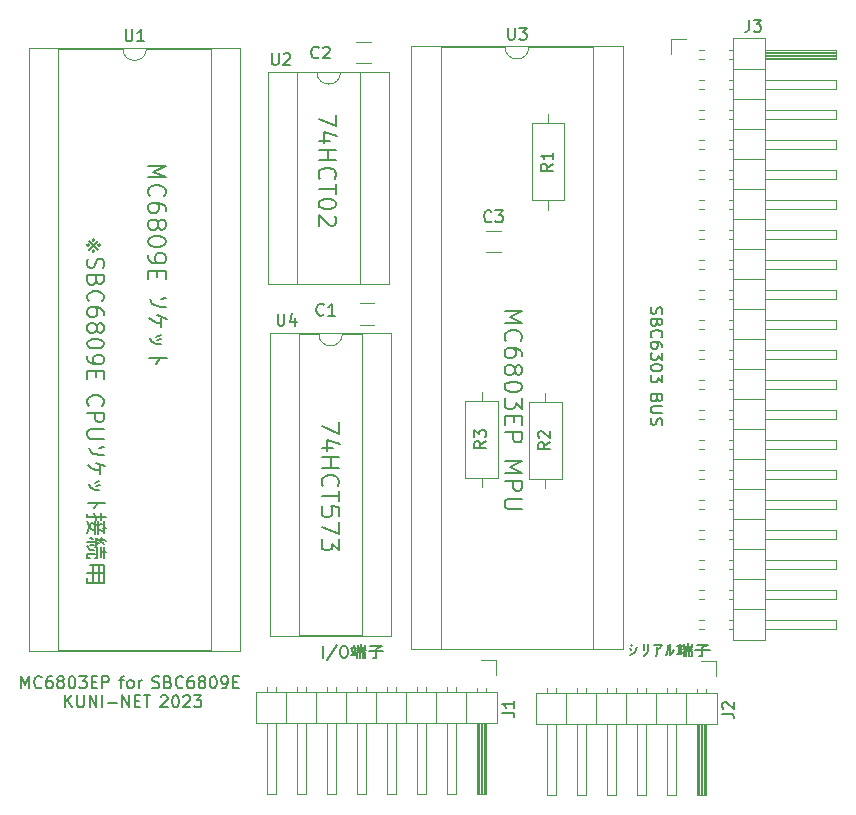
<source format=gto>
G04 #@! TF.GenerationSoftware,KiCad,Pcbnew,(7.0.0-0)*
G04 #@! TF.CreationDate,2023-03-04T11:20:18+09:00*
G04 #@! TF.ProjectId,MC6803EP-SBC6809E,4d433638-3033-4455-902d-534243363830,rev?*
G04 #@! TF.SameCoordinates,Original*
G04 #@! TF.FileFunction,Legend,Top*
G04 #@! TF.FilePolarity,Positive*
%FSLAX46Y46*%
G04 Gerber Fmt 4.6, Leading zero omitted, Abs format (unit mm)*
G04 Created by KiCad (PCBNEW (7.0.0-0)) date 2023-03-04 11:20:18*
%MOMM*%
%LPD*%
G01*
G04 APERTURE LIST*
%ADD10C,0.150000*%
%ADD11C,0.200000*%
%ADD12C,0.120000*%
%ADD13R,1.600000X1.600000*%
%ADD14O,1.600000X1.600000*%
%ADD15R,1.700000X1.700000*%
%ADD16O,1.700000X1.700000*%
%ADD17C,1.600000*%
G04 APERTURE END LIST*
D10*
X133038095Y-123482380D02*
X133038095Y-122482380D01*
X134228570Y-122434761D02*
X133371428Y-123720476D01*
X134752380Y-122482380D02*
X134942856Y-122482380D01*
X134942856Y-122482380D02*
X135038094Y-122530000D01*
X135038094Y-122530000D02*
X135133332Y-122625238D01*
X135133332Y-122625238D02*
X135180951Y-122815714D01*
X135180951Y-122815714D02*
X135180951Y-123149047D01*
X135180951Y-123149047D02*
X135133332Y-123339523D01*
X135133332Y-123339523D02*
X135038094Y-123434761D01*
X135038094Y-123434761D02*
X134942856Y-123482380D01*
X134942856Y-123482380D02*
X134752380Y-123482380D01*
X134752380Y-123482380D02*
X134657142Y-123434761D01*
X134657142Y-123434761D02*
X134561904Y-123339523D01*
X134561904Y-123339523D02*
X134514285Y-123149047D01*
X134514285Y-123149047D02*
X134514285Y-122815714D01*
X134514285Y-122815714D02*
X134561904Y-122625238D01*
X134561904Y-122625238D02*
X134657142Y-122530000D01*
X134657142Y-122530000D02*
X134752380Y-122482380D01*
X135466666Y-122625238D02*
X135895237Y-122625238D01*
X136038094Y-122672857D02*
X136657142Y-122672857D01*
X135942856Y-122815714D02*
X136704761Y-122815714D01*
X135704761Y-122387142D02*
X135704761Y-122625238D01*
X135990475Y-123006190D02*
X135990475Y-123482380D01*
X136038094Y-122434761D02*
X136038094Y-122672857D01*
X136228570Y-123006190D02*
X136228570Y-123482380D01*
X136323808Y-122815714D02*
X136276189Y-123006190D01*
X136323808Y-122339523D02*
X136323808Y-122672857D01*
X136466666Y-123006190D02*
X136466666Y-123482380D01*
X136657142Y-122434761D02*
X136657142Y-122672857D01*
X135799999Y-122720476D02*
X135752380Y-123244285D01*
X135895237Y-123196666D02*
X135466666Y-123291904D01*
X135561904Y-122720476D02*
X135609523Y-123149047D01*
X135990475Y-123006190D02*
X136657142Y-123006190D01*
X136657142Y-123006190D02*
X136657142Y-123482380D01*
X136657142Y-123482380D02*
X136609523Y-123482380D01*
X136942856Y-122958571D02*
X138180951Y-122958571D01*
X137276189Y-123482380D02*
X137561903Y-123482380D01*
X137561903Y-122720476D02*
X137561903Y-123482380D01*
X137085713Y-122482380D02*
X138038094Y-122482380D01*
X138038094Y-122482380D02*
X137895237Y-122577619D01*
X137895237Y-122577619D02*
X137561903Y-122720476D01*
X159133333Y-122382380D02*
X159276190Y-122525238D01*
X159038095Y-122668095D02*
X159180952Y-122810952D01*
X159038095Y-123287142D02*
X159276190Y-123191904D01*
X159276190Y-123191904D02*
X159419047Y-123096666D01*
X159419047Y-123096666D02*
X159514285Y-123001428D01*
X159514285Y-123001428D02*
X159657142Y-122620476D01*
X160228571Y-122334761D02*
X160228571Y-122858571D01*
X160561904Y-122334761D02*
X160561904Y-122715714D01*
X160561904Y-122715714D02*
X160561904Y-122906190D01*
X160561904Y-122906190D02*
X160466666Y-123096666D01*
X160466666Y-123096666D02*
X160419047Y-123191904D01*
X160419047Y-123191904D02*
X160276190Y-123334761D01*
X161085714Y-122430000D02*
X161752380Y-122430000D01*
X161752380Y-122430000D02*
X161704761Y-122525238D01*
X161704761Y-122525238D02*
X161609523Y-122668095D01*
X161609523Y-122668095D02*
X161466666Y-122763333D01*
X161371428Y-122572857D02*
X161371428Y-122906190D01*
X161371428Y-122906190D02*
X161371428Y-123001428D01*
X161371428Y-123001428D02*
X161323809Y-123144285D01*
X161323809Y-123144285D02*
X161228571Y-123382380D01*
X162276190Y-122430000D02*
X162276190Y-122810952D01*
X162276190Y-122810952D02*
X162228571Y-123001428D01*
X162228571Y-123001428D02*
X162180952Y-123144285D01*
X162180952Y-123144285D02*
X162133333Y-123287142D01*
X162466666Y-122334761D02*
X162466666Y-123287142D01*
X162466666Y-123287142D02*
X162561904Y-123191904D01*
X162561904Y-123191904D02*
X162657142Y-123049047D01*
X162657142Y-123049047D02*
X162752380Y-122858571D01*
X163085714Y-122525238D02*
X163514285Y-122525238D01*
X163657142Y-122572857D02*
X164276190Y-122572857D01*
X163561904Y-122715714D02*
X164323809Y-122715714D01*
X163323809Y-122287142D02*
X163323809Y-122525238D01*
X163609523Y-122906190D02*
X163609523Y-123382380D01*
X163657142Y-122334761D02*
X163657142Y-122572857D01*
X163847618Y-122906190D02*
X163847618Y-123382380D01*
X163942856Y-122715714D02*
X163895237Y-122906190D01*
X163942856Y-122239523D02*
X163942856Y-122572857D01*
X164085714Y-122906190D02*
X164085714Y-123382380D01*
X164276190Y-122334761D02*
X164276190Y-122572857D01*
X163419047Y-122620476D02*
X163371428Y-123144285D01*
X163514285Y-123096666D02*
X163085714Y-123191904D01*
X163180952Y-122620476D02*
X163228571Y-123049047D01*
X163609523Y-122906190D02*
X164276190Y-122906190D01*
X164276190Y-122906190D02*
X164276190Y-123382380D01*
X164276190Y-123382380D02*
X164228571Y-123382380D01*
X164561904Y-122858571D02*
X165799999Y-122858571D01*
X164895237Y-123382380D02*
X165180951Y-123382380D01*
X165180951Y-122620476D02*
X165180951Y-123382380D01*
X164704761Y-122382380D02*
X165657142Y-122382380D01*
X165657142Y-122382380D02*
X165514285Y-122477619D01*
X165514285Y-122477619D02*
X165180951Y-122620476D01*
X114038000Y-88166666D02*
X113238000Y-88966666D01*
X114038000Y-88966666D02*
X113238000Y-88166666D01*
X113704666Y-88100000D02*
X113638000Y-88166666D01*
X113638000Y-88166666D02*
X113571333Y-88100000D01*
X113571333Y-88100000D02*
X113638000Y-88033333D01*
X113638000Y-88033333D02*
X113704666Y-88100000D01*
X113704666Y-88100000D02*
X113571333Y-88100000D01*
X113238000Y-88566666D02*
X113171333Y-88633333D01*
X113171333Y-88633333D02*
X113104666Y-88566666D01*
X113104666Y-88566666D02*
X113171333Y-88500000D01*
X113171333Y-88500000D02*
X113238000Y-88566666D01*
X113238000Y-88566666D02*
X113104666Y-88566666D01*
X114171333Y-88566666D02*
X114104666Y-88633333D01*
X114104666Y-88633333D02*
X114038000Y-88566666D01*
X114038000Y-88566666D02*
X114104666Y-88500000D01*
X114104666Y-88500000D02*
X114171333Y-88566666D01*
X114171333Y-88566666D02*
X114038000Y-88566666D01*
X113704666Y-89033333D02*
X113638000Y-89100000D01*
X113638000Y-89100000D02*
X113571333Y-89033333D01*
X113571333Y-89033333D02*
X113638000Y-88966666D01*
X113638000Y-88966666D02*
X113704666Y-89033333D01*
X113704666Y-89033333D02*
X113571333Y-89033333D01*
X113171333Y-89699999D02*
X113104666Y-89899999D01*
X113104666Y-89899999D02*
X113104666Y-90233333D01*
X113104666Y-90233333D02*
X113171333Y-90366666D01*
X113171333Y-90366666D02*
X113238000Y-90433333D01*
X113238000Y-90433333D02*
X113371333Y-90499999D01*
X113371333Y-90499999D02*
X113504666Y-90499999D01*
X113504666Y-90499999D02*
X113638000Y-90433333D01*
X113638000Y-90433333D02*
X113704666Y-90366666D01*
X113704666Y-90366666D02*
X113771333Y-90233333D01*
X113771333Y-90233333D02*
X113838000Y-89966666D01*
X113838000Y-89966666D02*
X113904666Y-89833333D01*
X113904666Y-89833333D02*
X113971333Y-89766666D01*
X113971333Y-89766666D02*
X114104666Y-89699999D01*
X114104666Y-89699999D02*
X114238000Y-89699999D01*
X114238000Y-89699999D02*
X114371333Y-89766666D01*
X114371333Y-89766666D02*
X114438000Y-89833333D01*
X114438000Y-89833333D02*
X114504666Y-89966666D01*
X114504666Y-89966666D02*
X114504666Y-90299999D01*
X114504666Y-90299999D02*
X114438000Y-90499999D01*
X113838000Y-91566666D02*
X113771333Y-91766666D01*
X113771333Y-91766666D02*
X113704666Y-91833332D01*
X113704666Y-91833332D02*
X113571333Y-91899999D01*
X113571333Y-91899999D02*
X113371333Y-91899999D01*
X113371333Y-91899999D02*
X113238000Y-91833332D01*
X113238000Y-91833332D02*
X113171333Y-91766666D01*
X113171333Y-91766666D02*
X113104666Y-91633332D01*
X113104666Y-91633332D02*
X113104666Y-91099999D01*
X113104666Y-91099999D02*
X114504666Y-91099999D01*
X114504666Y-91099999D02*
X114504666Y-91566666D01*
X114504666Y-91566666D02*
X114438000Y-91699999D01*
X114438000Y-91699999D02*
X114371333Y-91766666D01*
X114371333Y-91766666D02*
X114238000Y-91833332D01*
X114238000Y-91833332D02*
X114104666Y-91833332D01*
X114104666Y-91833332D02*
X113971333Y-91766666D01*
X113971333Y-91766666D02*
X113904666Y-91699999D01*
X113904666Y-91699999D02*
X113838000Y-91566666D01*
X113838000Y-91566666D02*
X113838000Y-91099999D01*
X113238000Y-93299999D02*
X113171333Y-93233332D01*
X113171333Y-93233332D02*
X113104666Y-93033332D01*
X113104666Y-93033332D02*
X113104666Y-92899999D01*
X113104666Y-92899999D02*
X113171333Y-92699999D01*
X113171333Y-92699999D02*
X113304666Y-92566666D01*
X113304666Y-92566666D02*
X113438000Y-92499999D01*
X113438000Y-92499999D02*
X113704666Y-92433332D01*
X113704666Y-92433332D02*
X113904666Y-92433332D01*
X113904666Y-92433332D02*
X114171333Y-92499999D01*
X114171333Y-92499999D02*
X114304666Y-92566666D01*
X114304666Y-92566666D02*
X114438000Y-92699999D01*
X114438000Y-92699999D02*
X114504666Y-92899999D01*
X114504666Y-92899999D02*
X114504666Y-93033332D01*
X114504666Y-93033332D02*
X114438000Y-93233332D01*
X114438000Y-93233332D02*
X114371333Y-93299999D01*
X114504666Y-94499999D02*
X114504666Y-94233332D01*
X114504666Y-94233332D02*
X114438000Y-94099999D01*
X114438000Y-94099999D02*
X114371333Y-94033332D01*
X114371333Y-94033332D02*
X114171333Y-93899999D01*
X114171333Y-93899999D02*
X113904666Y-93833332D01*
X113904666Y-93833332D02*
X113371333Y-93833332D01*
X113371333Y-93833332D02*
X113238000Y-93899999D01*
X113238000Y-93899999D02*
X113171333Y-93966666D01*
X113171333Y-93966666D02*
X113104666Y-94099999D01*
X113104666Y-94099999D02*
X113104666Y-94366666D01*
X113104666Y-94366666D02*
X113171333Y-94499999D01*
X113171333Y-94499999D02*
X113238000Y-94566666D01*
X113238000Y-94566666D02*
X113371333Y-94633332D01*
X113371333Y-94633332D02*
X113704666Y-94633332D01*
X113704666Y-94633332D02*
X113838000Y-94566666D01*
X113838000Y-94566666D02*
X113904666Y-94499999D01*
X113904666Y-94499999D02*
X113971333Y-94366666D01*
X113971333Y-94366666D02*
X113971333Y-94099999D01*
X113971333Y-94099999D02*
X113904666Y-93966666D01*
X113904666Y-93966666D02*
X113838000Y-93899999D01*
X113838000Y-93899999D02*
X113704666Y-93833332D01*
X113904666Y-95433332D02*
X113971333Y-95299999D01*
X113971333Y-95299999D02*
X114038000Y-95233332D01*
X114038000Y-95233332D02*
X114171333Y-95166665D01*
X114171333Y-95166665D02*
X114238000Y-95166665D01*
X114238000Y-95166665D02*
X114371333Y-95233332D01*
X114371333Y-95233332D02*
X114438000Y-95299999D01*
X114438000Y-95299999D02*
X114504666Y-95433332D01*
X114504666Y-95433332D02*
X114504666Y-95699999D01*
X114504666Y-95699999D02*
X114438000Y-95833332D01*
X114438000Y-95833332D02*
X114371333Y-95899999D01*
X114371333Y-95899999D02*
X114238000Y-95966665D01*
X114238000Y-95966665D02*
X114171333Y-95966665D01*
X114171333Y-95966665D02*
X114038000Y-95899999D01*
X114038000Y-95899999D02*
X113971333Y-95833332D01*
X113971333Y-95833332D02*
X113904666Y-95699999D01*
X113904666Y-95699999D02*
X113904666Y-95433332D01*
X113904666Y-95433332D02*
X113838000Y-95299999D01*
X113838000Y-95299999D02*
X113771333Y-95233332D01*
X113771333Y-95233332D02*
X113638000Y-95166665D01*
X113638000Y-95166665D02*
X113371333Y-95166665D01*
X113371333Y-95166665D02*
X113238000Y-95233332D01*
X113238000Y-95233332D02*
X113171333Y-95299999D01*
X113171333Y-95299999D02*
X113104666Y-95433332D01*
X113104666Y-95433332D02*
X113104666Y-95699999D01*
X113104666Y-95699999D02*
X113171333Y-95833332D01*
X113171333Y-95833332D02*
X113238000Y-95899999D01*
X113238000Y-95899999D02*
X113371333Y-95966665D01*
X113371333Y-95966665D02*
X113638000Y-95966665D01*
X113638000Y-95966665D02*
X113771333Y-95899999D01*
X113771333Y-95899999D02*
X113838000Y-95833332D01*
X113838000Y-95833332D02*
X113904666Y-95699999D01*
X114504666Y-96833332D02*
X114504666Y-96966665D01*
X114504666Y-96966665D02*
X114438000Y-97099998D01*
X114438000Y-97099998D02*
X114371333Y-97166665D01*
X114371333Y-97166665D02*
X114238000Y-97233332D01*
X114238000Y-97233332D02*
X113971333Y-97299998D01*
X113971333Y-97299998D02*
X113638000Y-97299998D01*
X113638000Y-97299998D02*
X113371333Y-97233332D01*
X113371333Y-97233332D02*
X113238000Y-97166665D01*
X113238000Y-97166665D02*
X113171333Y-97099998D01*
X113171333Y-97099998D02*
X113104666Y-96966665D01*
X113104666Y-96966665D02*
X113104666Y-96833332D01*
X113104666Y-96833332D02*
X113171333Y-96699998D01*
X113171333Y-96699998D02*
X113238000Y-96633332D01*
X113238000Y-96633332D02*
X113371333Y-96566665D01*
X113371333Y-96566665D02*
X113638000Y-96499998D01*
X113638000Y-96499998D02*
X113971333Y-96499998D01*
X113971333Y-96499998D02*
X114238000Y-96566665D01*
X114238000Y-96566665D02*
X114371333Y-96633332D01*
X114371333Y-96633332D02*
X114438000Y-96699998D01*
X114438000Y-96699998D02*
X114504666Y-96833332D01*
X113104666Y-97966665D02*
X113104666Y-98233331D01*
X113104666Y-98233331D02*
X113171333Y-98366665D01*
X113171333Y-98366665D02*
X113238000Y-98433331D01*
X113238000Y-98433331D02*
X113438000Y-98566665D01*
X113438000Y-98566665D02*
X113704666Y-98633331D01*
X113704666Y-98633331D02*
X114238000Y-98633331D01*
X114238000Y-98633331D02*
X114371333Y-98566665D01*
X114371333Y-98566665D02*
X114438000Y-98499998D01*
X114438000Y-98499998D02*
X114504666Y-98366665D01*
X114504666Y-98366665D02*
X114504666Y-98099998D01*
X114504666Y-98099998D02*
X114438000Y-97966665D01*
X114438000Y-97966665D02*
X114371333Y-97899998D01*
X114371333Y-97899998D02*
X114238000Y-97833331D01*
X114238000Y-97833331D02*
X113904666Y-97833331D01*
X113904666Y-97833331D02*
X113771333Y-97899998D01*
X113771333Y-97899998D02*
X113704666Y-97966665D01*
X113704666Y-97966665D02*
X113638000Y-98099998D01*
X113638000Y-98099998D02*
X113638000Y-98366665D01*
X113638000Y-98366665D02*
X113704666Y-98499998D01*
X113704666Y-98499998D02*
X113771333Y-98566665D01*
X113771333Y-98566665D02*
X113904666Y-98633331D01*
X113838000Y-99233331D02*
X113838000Y-99699998D01*
X113104666Y-99899998D02*
X113104666Y-99233331D01*
X113104666Y-99233331D02*
X114504666Y-99233331D01*
X114504666Y-99233331D02*
X114504666Y-99899998D01*
X113238000Y-102139998D02*
X113171333Y-102073331D01*
X113171333Y-102073331D02*
X113104666Y-101873331D01*
X113104666Y-101873331D02*
X113104666Y-101739998D01*
X113104666Y-101739998D02*
X113171333Y-101539998D01*
X113171333Y-101539998D02*
X113304666Y-101406665D01*
X113304666Y-101406665D02*
X113438000Y-101339998D01*
X113438000Y-101339998D02*
X113704666Y-101273331D01*
X113704666Y-101273331D02*
X113904666Y-101273331D01*
X113904666Y-101273331D02*
X114171333Y-101339998D01*
X114171333Y-101339998D02*
X114304666Y-101406665D01*
X114304666Y-101406665D02*
X114438000Y-101539998D01*
X114438000Y-101539998D02*
X114504666Y-101739998D01*
X114504666Y-101739998D02*
X114504666Y-101873331D01*
X114504666Y-101873331D02*
X114438000Y-102073331D01*
X114438000Y-102073331D02*
X114371333Y-102139998D01*
X113104666Y-102739998D02*
X114504666Y-102739998D01*
X114504666Y-102739998D02*
X114504666Y-103273331D01*
X114504666Y-103273331D02*
X114438000Y-103406665D01*
X114438000Y-103406665D02*
X114371333Y-103473331D01*
X114371333Y-103473331D02*
X114238000Y-103539998D01*
X114238000Y-103539998D02*
X114038000Y-103539998D01*
X114038000Y-103539998D02*
X113904666Y-103473331D01*
X113904666Y-103473331D02*
X113838000Y-103406665D01*
X113838000Y-103406665D02*
X113771333Y-103273331D01*
X113771333Y-103273331D02*
X113771333Y-102739998D01*
X114504666Y-104139998D02*
X113371333Y-104139998D01*
X113371333Y-104139998D02*
X113238000Y-104206665D01*
X113238000Y-104206665D02*
X113171333Y-104273331D01*
X113171333Y-104273331D02*
X113104666Y-104406665D01*
X113104666Y-104406665D02*
X113104666Y-104673331D01*
X113104666Y-104673331D02*
X113171333Y-104806665D01*
X113171333Y-104806665D02*
X113238000Y-104873331D01*
X113238000Y-104873331D02*
X113371333Y-104939998D01*
X113371333Y-104939998D02*
X114504666Y-104939998D01*
X114504666Y-105606665D02*
X114104666Y-105739998D01*
X114504666Y-106339998D02*
X114104666Y-106339998D01*
X114104666Y-106339998D02*
X113838000Y-106273332D01*
X113838000Y-106273332D02*
X113638000Y-106206665D01*
X113638000Y-106206665D02*
X113438000Y-106073332D01*
X113438000Y-106073332D02*
X113238000Y-105739998D01*
X114171333Y-107206665D02*
X114171333Y-107939999D01*
X114638000Y-107273332D02*
X114371333Y-107206665D01*
X114371333Y-107206665D02*
X114038000Y-107073332D01*
X114038000Y-107073332D02*
X113838000Y-107006665D01*
X114171333Y-107606665D02*
X113838000Y-107606665D01*
X113838000Y-107606665D02*
X113638000Y-107539999D01*
X113638000Y-107539999D02*
X113438000Y-107406665D01*
X113438000Y-107406665D02*
X113171333Y-107206665D01*
X114104666Y-108539999D02*
X113771333Y-108673332D01*
X114171333Y-108873332D02*
X113838000Y-108939999D01*
X114104666Y-109273332D02*
X113771333Y-109273332D01*
X113771333Y-109273332D02*
X113571333Y-109206666D01*
X113571333Y-109206666D02*
X113371333Y-109006666D01*
X113371333Y-109006666D02*
X113238000Y-108806666D01*
X114638000Y-110406666D02*
X113171333Y-110406666D01*
X114038000Y-110406666D02*
X113704666Y-110806666D01*
X114504666Y-111940000D02*
X114504666Y-112940000D01*
X114304666Y-111273333D02*
X114304666Y-111806666D01*
X114038000Y-111873333D02*
X114038000Y-113006666D01*
X113771333Y-111873333D02*
X113771333Y-113006666D01*
X113104666Y-111340000D02*
X113104666Y-111606666D01*
X114704666Y-111606666D02*
X113104666Y-111606666D01*
X114704666Y-112473333D02*
X114438000Y-112473333D01*
X114438000Y-112740000D02*
X114104666Y-112673333D01*
X114371333Y-112206666D02*
X114038000Y-112273333D01*
X114038000Y-112273333D02*
X113438000Y-112073333D01*
X113438000Y-112073333D02*
X113104666Y-112940000D01*
X113838000Y-111806666D02*
X113704666Y-111273333D01*
X113771333Y-112740000D02*
X113438000Y-112606666D01*
X113438000Y-112606666D02*
X113304666Y-112473333D01*
X113304666Y-112473333D02*
X113104666Y-111873333D01*
X114504666Y-114073333D02*
X114504666Y-115073333D01*
X114238000Y-114140000D02*
X114238000Y-114940000D01*
X113838000Y-113340000D02*
X113838000Y-113940000D01*
X113104666Y-114740000D02*
X113104666Y-115073333D01*
X113904666Y-113673333D02*
X113104666Y-113673333D01*
X114704666Y-114540000D02*
X114238000Y-114540000D01*
X113771333Y-114740000D02*
X113104666Y-114740000D01*
X113971333Y-114073333D02*
X113971333Y-115006667D01*
X113971333Y-115006667D02*
X113771333Y-115006667D01*
X113304666Y-115073333D02*
X113104666Y-115073333D01*
X114371333Y-113340000D02*
X114171333Y-113606667D01*
X114171333Y-113606667D02*
X113904666Y-113406667D01*
X113704666Y-113940000D02*
X113371333Y-113940000D01*
X114104666Y-113806667D02*
X113771333Y-113940000D01*
X114704666Y-113606667D02*
X114304666Y-113473333D01*
X114504666Y-113873333D02*
X114171333Y-113606667D01*
X113638000Y-113473333D02*
X113304666Y-113340000D01*
X113971333Y-114073333D02*
X113771333Y-114073333D01*
X113704666Y-114340000D02*
X113371333Y-114340000D01*
X113371333Y-114340000D02*
X113104666Y-114006667D01*
X114104666Y-115673334D02*
X114104666Y-117140000D01*
X113638000Y-115673334D02*
X113638000Y-117140000D01*
X113104666Y-116740000D02*
X113104666Y-117140000D01*
X114571333Y-116340000D02*
X113104666Y-116340000D01*
X114571333Y-115673334D02*
X114571333Y-117140000D01*
X114571333Y-117140000D02*
X113104666Y-117140000D01*
X114571333Y-115673334D02*
X113704666Y-115673334D01*
X113704666Y-115673334D02*
X113304666Y-115606667D01*
X160865238Y-93790476D02*
X160817619Y-93933333D01*
X160817619Y-93933333D02*
X160817619Y-94171428D01*
X160817619Y-94171428D02*
X160865238Y-94266666D01*
X160865238Y-94266666D02*
X160912857Y-94314285D01*
X160912857Y-94314285D02*
X161008095Y-94361904D01*
X161008095Y-94361904D02*
X161103333Y-94361904D01*
X161103333Y-94361904D02*
X161198571Y-94314285D01*
X161198571Y-94314285D02*
X161246190Y-94266666D01*
X161246190Y-94266666D02*
X161293809Y-94171428D01*
X161293809Y-94171428D02*
X161341428Y-93980952D01*
X161341428Y-93980952D02*
X161389047Y-93885714D01*
X161389047Y-93885714D02*
X161436666Y-93838095D01*
X161436666Y-93838095D02*
X161531904Y-93790476D01*
X161531904Y-93790476D02*
X161627142Y-93790476D01*
X161627142Y-93790476D02*
X161722380Y-93838095D01*
X161722380Y-93838095D02*
X161770000Y-93885714D01*
X161770000Y-93885714D02*
X161817619Y-93980952D01*
X161817619Y-93980952D02*
X161817619Y-94219047D01*
X161817619Y-94219047D02*
X161770000Y-94361904D01*
X161341428Y-95123809D02*
X161293809Y-95266666D01*
X161293809Y-95266666D02*
X161246190Y-95314285D01*
X161246190Y-95314285D02*
X161150952Y-95361904D01*
X161150952Y-95361904D02*
X161008095Y-95361904D01*
X161008095Y-95361904D02*
X160912857Y-95314285D01*
X160912857Y-95314285D02*
X160865238Y-95266666D01*
X160865238Y-95266666D02*
X160817619Y-95171428D01*
X160817619Y-95171428D02*
X160817619Y-94790476D01*
X160817619Y-94790476D02*
X161817619Y-94790476D01*
X161817619Y-94790476D02*
X161817619Y-95123809D01*
X161817619Y-95123809D02*
X161770000Y-95219047D01*
X161770000Y-95219047D02*
X161722380Y-95266666D01*
X161722380Y-95266666D02*
X161627142Y-95314285D01*
X161627142Y-95314285D02*
X161531904Y-95314285D01*
X161531904Y-95314285D02*
X161436666Y-95266666D01*
X161436666Y-95266666D02*
X161389047Y-95219047D01*
X161389047Y-95219047D02*
X161341428Y-95123809D01*
X161341428Y-95123809D02*
X161341428Y-94790476D01*
X160912857Y-96361904D02*
X160865238Y-96314285D01*
X160865238Y-96314285D02*
X160817619Y-96171428D01*
X160817619Y-96171428D02*
X160817619Y-96076190D01*
X160817619Y-96076190D02*
X160865238Y-95933333D01*
X160865238Y-95933333D02*
X160960476Y-95838095D01*
X160960476Y-95838095D02*
X161055714Y-95790476D01*
X161055714Y-95790476D02*
X161246190Y-95742857D01*
X161246190Y-95742857D02*
X161389047Y-95742857D01*
X161389047Y-95742857D02*
X161579523Y-95790476D01*
X161579523Y-95790476D02*
X161674761Y-95838095D01*
X161674761Y-95838095D02*
X161770000Y-95933333D01*
X161770000Y-95933333D02*
X161817619Y-96076190D01*
X161817619Y-96076190D02*
X161817619Y-96171428D01*
X161817619Y-96171428D02*
X161770000Y-96314285D01*
X161770000Y-96314285D02*
X161722380Y-96361904D01*
X161817619Y-97219047D02*
X161817619Y-97028571D01*
X161817619Y-97028571D02*
X161770000Y-96933333D01*
X161770000Y-96933333D02*
X161722380Y-96885714D01*
X161722380Y-96885714D02*
X161579523Y-96790476D01*
X161579523Y-96790476D02*
X161389047Y-96742857D01*
X161389047Y-96742857D02*
X161008095Y-96742857D01*
X161008095Y-96742857D02*
X160912857Y-96790476D01*
X160912857Y-96790476D02*
X160865238Y-96838095D01*
X160865238Y-96838095D02*
X160817619Y-96933333D01*
X160817619Y-96933333D02*
X160817619Y-97123809D01*
X160817619Y-97123809D02*
X160865238Y-97219047D01*
X160865238Y-97219047D02*
X160912857Y-97266666D01*
X160912857Y-97266666D02*
X161008095Y-97314285D01*
X161008095Y-97314285D02*
X161246190Y-97314285D01*
X161246190Y-97314285D02*
X161341428Y-97266666D01*
X161341428Y-97266666D02*
X161389047Y-97219047D01*
X161389047Y-97219047D02*
X161436666Y-97123809D01*
X161436666Y-97123809D02*
X161436666Y-96933333D01*
X161436666Y-96933333D02*
X161389047Y-96838095D01*
X161389047Y-96838095D02*
X161341428Y-96790476D01*
X161341428Y-96790476D02*
X161246190Y-96742857D01*
X161817619Y-97647619D02*
X161817619Y-98266666D01*
X161817619Y-98266666D02*
X161436666Y-97933333D01*
X161436666Y-97933333D02*
X161436666Y-98076190D01*
X161436666Y-98076190D02*
X161389047Y-98171428D01*
X161389047Y-98171428D02*
X161341428Y-98219047D01*
X161341428Y-98219047D02*
X161246190Y-98266666D01*
X161246190Y-98266666D02*
X161008095Y-98266666D01*
X161008095Y-98266666D02*
X160912857Y-98219047D01*
X160912857Y-98219047D02*
X160865238Y-98171428D01*
X160865238Y-98171428D02*
X160817619Y-98076190D01*
X160817619Y-98076190D02*
X160817619Y-97790476D01*
X160817619Y-97790476D02*
X160865238Y-97695238D01*
X160865238Y-97695238D02*
X160912857Y-97647619D01*
X161817619Y-98885714D02*
X161817619Y-98980952D01*
X161817619Y-98980952D02*
X161770000Y-99076190D01*
X161770000Y-99076190D02*
X161722380Y-99123809D01*
X161722380Y-99123809D02*
X161627142Y-99171428D01*
X161627142Y-99171428D02*
X161436666Y-99219047D01*
X161436666Y-99219047D02*
X161198571Y-99219047D01*
X161198571Y-99219047D02*
X161008095Y-99171428D01*
X161008095Y-99171428D02*
X160912857Y-99123809D01*
X160912857Y-99123809D02*
X160865238Y-99076190D01*
X160865238Y-99076190D02*
X160817619Y-98980952D01*
X160817619Y-98980952D02*
X160817619Y-98885714D01*
X160817619Y-98885714D02*
X160865238Y-98790476D01*
X160865238Y-98790476D02*
X160912857Y-98742857D01*
X160912857Y-98742857D02*
X161008095Y-98695238D01*
X161008095Y-98695238D02*
X161198571Y-98647619D01*
X161198571Y-98647619D02*
X161436666Y-98647619D01*
X161436666Y-98647619D02*
X161627142Y-98695238D01*
X161627142Y-98695238D02*
X161722380Y-98742857D01*
X161722380Y-98742857D02*
X161770000Y-98790476D01*
X161770000Y-98790476D02*
X161817619Y-98885714D01*
X161817619Y-99552381D02*
X161817619Y-100171428D01*
X161817619Y-100171428D02*
X161436666Y-99838095D01*
X161436666Y-99838095D02*
X161436666Y-99980952D01*
X161436666Y-99980952D02*
X161389047Y-100076190D01*
X161389047Y-100076190D02*
X161341428Y-100123809D01*
X161341428Y-100123809D02*
X161246190Y-100171428D01*
X161246190Y-100171428D02*
X161008095Y-100171428D01*
X161008095Y-100171428D02*
X160912857Y-100123809D01*
X160912857Y-100123809D02*
X160865238Y-100076190D01*
X160865238Y-100076190D02*
X160817619Y-99980952D01*
X160817619Y-99980952D02*
X160817619Y-99695238D01*
X160817619Y-99695238D02*
X160865238Y-99600000D01*
X160865238Y-99600000D02*
X160912857Y-99552381D01*
X161341428Y-101533333D02*
X161293809Y-101676190D01*
X161293809Y-101676190D02*
X161246190Y-101723809D01*
X161246190Y-101723809D02*
X161150952Y-101771428D01*
X161150952Y-101771428D02*
X161008095Y-101771428D01*
X161008095Y-101771428D02*
X160912857Y-101723809D01*
X160912857Y-101723809D02*
X160865238Y-101676190D01*
X160865238Y-101676190D02*
X160817619Y-101580952D01*
X160817619Y-101580952D02*
X160817619Y-101200000D01*
X160817619Y-101200000D02*
X161817619Y-101200000D01*
X161817619Y-101200000D02*
X161817619Y-101533333D01*
X161817619Y-101533333D02*
X161770000Y-101628571D01*
X161770000Y-101628571D02*
X161722380Y-101676190D01*
X161722380Y-101676190D02*
X161627142Y-101723809D01*
X161627142Y-101723809D02*
X161531904Y-101723809D01*
X161531904Y-101723809D02*
X161436666Y-101676190D01*
X161436666Y-101676190D02*
X161389047Y-101628571D01*
X161389047Y-101628571D02*
X161341428Y-101533333D01*
X161341428Y-101533333D02*
X161341428Y-101200000D01*
X161817619Y-102200000D02*
X161008095Y-102200000D01*
X161008095Y-102200000D02*
X160912857Y-102247619D01*
X160912857Y-102247619D02*
X160865238Y-102295238D01*
X160865238Y-102295238D02*
X160817619Y-102390476D01*
X160817619Y-102390476D02*
X160817619Y-102580952D01*
X160817619Y-102580952D02*
X160865238Y-102676190D01*
X160865238Y-102676190D02*
X160912857Y-102723809D01*
X160912857Y-102723809D02*
X161008095Y-102771428D01*
X161008095Y-102771428D02*
X161817619Y-102771428D01*
X160865238Y-103200000D02*
X160817619Y-103342857D01*
X160817619Y-103342857D02*
X160817619Y-103580952D01*
X160817619Y-103580952D02*
X160865238Y-103676190D01*
X160865238Y-103676190D02*
X160912857Y-103723809D01*
X160912857Y-103723809D02*
X161008095Y-103771428D01*
X161008095Y-103771428D02*
X161103333Y-103771428D01*
X161103333Y-103771428D02*
X161198571Y-103723809D01*
X161198571Y-103723809D02*
X161246190Y-103676190D01*
X161246190Y-103676190D02*
X161293809Y-103580952D01*
X161293809Y-103580952D02*
X161341428Y-103390476D01*
X161341428Y-103390476D02*
X161389047Y-103295238D01*
X161389047Y-103295238D02*
X161436666Y-103247619D01*
X161436666Y-103247619D02*
X161531904Y-103200000D01*
X161531904Y-103200000D02*
X161627142Y-103200000D01*
X161627142Y-103200000D02*
X161722380Y-103247619D01*
X161722380Y-103247619D02*
X161770000Y-103295238D01*
X161770000Y-103295238D02*
X161817619Y-103390476D01*
X161817619Y-103390476D02*
X161817619Y-103628571D01*
X161817619Y-103628571D02*
X161770000Y-103771428D01*
D11*
X118248928Y-81821428D02*
X119748928Y-81821428D01*
X119748928Y-81821428D02*
X118677500Y-82321428D01*
X118677500Y-82321428D02*
X119748928Y-82821428D01*
X119748928Y-82821428D02*
X118248928Y-82821428D01*
X118391785Y-84392857D02*
X118320357Y-84321429D01*
X118320357Y-84321429D02*
X118248928Y-84107143D01*
X118248928Y-84107143D02*
X118248928Y-83964286D01*
X118248928Y-83964286D02*
X118320357Y-83750000D01*
X118320357Y-83750000D02*
X118463214Y-83607143D01*
X118463214Y-83607143D02*
X118606071Y-83535714D01*
X118606071Y-83535714D02*
X118891785Y-83464286D01*
X118891785Y-83464286D02*
X119106071Y-83464286D01*
X119106071Y-83464286D02*
X119391785Y-83535714D01*
X119391785Y-83535714D02*
X119534642Y-83607143D01*
X119534642Y-83607143D02*
X119677500Y-83750000D01*
X119677500Y-83750000D02*
X119748928Y-83964286D01*
X119748928Y-83964286D02*
X119748928Y-84107143D01*
X119748928Y-84107143D02*
X119677500Y-84321429D01*
X119677500Y-84321429D02*
X119606071Y-84392857D01*
X119748928Y-85678572D02*
X119748928Y-85392857D01*
X119748928Y-85392857D02*
X119677500Y-85250000D01*
X119677500Y-85250000D02*
X119606071Y-85178572D01*
X119606071Y-85178572D02*
X119391785Y-85035714D01*
X119391785Y-85035714D02*
X119106071Y-84964286D01*
X119106071Y-84964286D02*
X118534642Y-84964286D01*
X118534642Y-84964286D02*
X118391785Y-85035714D01*
X118391785Y-85035714D02*
X118320357Y-85107143D01*
X118320357Y-85107143D02*
X118248928Y-85250000D01*
X118248928Y-85250000D02*
X118248928Y-85535714D01*
X118248928Y-85535714D02*
X118320357Y-85678572D01*
X118320357Y-85678572D02*
X118391785Y-85750000D01*
X118391785Y-85750000D02*
X118534642Y-85821429D01*
X118534642Y-85821429D02*
X118891785Y-85821429D01*
X118891785Y-85821429D02*
X119034642Y-85750000D01*
X119034642Y-85750000D02*
X119106071Y-85678572D01*
X119106071Y-85678572D02*
X119177500Y-85535714D01*
X119177500Y-85535714D02*
X119177500Y-85250000D01*
X119177500Y-85250000D02*
X119106071Y-85107143D01*
X119106071Y-85107143D02*
X119034642Y-85035714D01*
X119034642Y-85035714D02*
X118891785Y-84964286D01*
X119106071Y-86678571D02*
X119177500Y-86535714D01*
X119177500Y-86535714D02*
X119248928Y-86464285D01*
X119248928Y-86464285D02*
X119391785Y-86392857D01*
X119391785Y-86392857D02*
X119463214Y-86392857D01*
X119463214Y-86392857D02*
X119606071Y-86464285D01*
X119606071Y-86464285D02*
X119677500Y-86535714D01*
X119677500Y-86535714D02*
X119748928Y-86678571D01*
X119748928Y-86678571D02*
X119748928Y-86964285D01*
X119748928Y-86964285D02*
X119677500Y-87107143D01*
X119677500Y-87107143D02*
X119606071Y-87178571D01*
X119606071Y-87178571D02*
X119463214Y-87250000D01*
X119463214Y-87250000D02*
X119391785Y-87250000D01*
X119391785Y-87250000D02*
X119248928Y-87178571D01*
X119248928Y-87178571D02*
X119177500Y-87107143D01*
X119177500Y-87107143D02*
X119106071Y-86964285D01*
X119106071Y-86964285D02*
X119106071Y-86678571D01*
X119106071Y-86678571D02*
X119034642Y-86535714D01*
X119034642Y-86535714D02*
X118963214Y-86464285D01*
X118963214Y-86464285D02*
X118820357Y-86392857D01*
X118820357Y-86392857D02*
X118534642Y-86392857D01*
X118534642Y-86392857D02*
X118391785Y-86464285D01*
X118391785Y-86464285D02*
X118320357Y-86535714D01*
X118320357Y-86535714D02*
X118248928Y-86678571D01*
X118248928Y-86678571D02*
X118248928Y-86964285D01*
X118248928Y-86964285D02*
X118320357Y-87107143D01*
X118320357Y-87107143D02*
X118391785Y-87178571D01*
X118391785Y-87178571D02*
X118534642Y-87250000D01*
X118534642Y-87250000D02*
X118820357Y-87250000D01*
X118820357Y-87250000D02*
X118963214Y-87178571D01*
X118963214Y-87178571D02*
X119034642Y-87107143D01*
X119034642Y-87107143D02*
X119106071Y-86964285D01*
X119748928Y-88178571D02*
X119748928Y-88321428D01*
X119748928Y-88321428D02*
X119677500Y-88464285D01*
X119677500Y-88464285D02*
X119606071Y-88535714D01*
X119606071Y-88535714D02*
X119463214Y-88607142D01*
X119463214Y-88607142D02*
X119177500Y-88678571D01*
X119177500Y-88678571D02*
X118820357Y-88678571D01*
X118820357Y-88678571D02*
X118534642Y-88607142D01*
X118534642Y-88607142D02*
X118391785Y-88535714D01*
X118391785Y-88535714D02*
X118320357Y-88464285D01*
X118320357Y-88464285D02*
X118248928Y-88321428D01*
X118248928Y-88321428D02*
X118248928Y-88178571D01*
X118248928Y-88178571D02*
X118320357Y-88035714D01*
X118320357Y-88035714D02*
X118391785Y-87964285D01*
X118391785Y-87964285D02*
X118534642Y-87892856D01*
X118534642Y-87892856D02*
X118820357Y-87821428D01*
X118820357Y-87821428D02*
X119177500Y-87821428D01*
X119177500Y-87821428D02*
X119463214Y-87892856D01*
X119463214Y-87892856D02*
X119606071Y-87964285D01*
X119606071Y-87964285D02*
X119677500Y-88035714D01*
X119677500Y-88035714D02*
X119748928Y-88178571D01*
X118248928Y-89392856D02*
X118248928Y-89678570D01*
X118248928Y-89678570D02*
X118320357Y-89821427D01*
X118320357Y-89821427D02*
X118391785Y-89892856D01*
X118391785Y-89892856D02*
X118606071Y-90035713D01*
X118606071Y-90035713D02*
X118891785Y-90107142D01*
X118891785Y-90107142D02*
X119463214Y-90107142D01*
X119463214Y-90107142D02*
X119606071Y-90035713D01*
X119606071Y-90035713D02*
X119677500Y-89964285D01*
X119677500Y-89964285D02*
X119748928Y-89821427D01*
X119748928Y-89821427D02*
X119748928Y-89535713D01*
X119748928Y-89535713D02*
X119677500Y-89392856D01*
X119677500Y-89392856D02*
X119606071Y-89321427D01*
X119606071Y-89321427D02*
X119463214Y-89249999D01*
X119463214Y-89249999D02*
X119106071Y-89249999D01*
X119106071Y-89249999D02*
X118963214Y-89321427D01*
X118963214Y-89321427D02*
X118891785Y-89392856D01*
X118891785Y-89392856D02*
X118820357Y-89535713D01*
X118820357Y-89535713D02*
X118820357Y-89821427D01*
X118820357Y-89821427D02*
X118891785Y-89964285D01*
X118891785Y-89964285D02*
X118963214Y-90035713D01*
X118963214Y-90035713D02*
X119106071Y-90107142D01*
X119034642Y-90749998D02*
X119034642Y-91249998D01*
X118248928Y-91464284D02*
X118248928Y-90749998D01*
X118248928Y-90749998D02*
X119748928Y-90749998D01*
X119748928Y-90749998D02*
X119748928Y-91464284D01*
X119748928Y-93007141D02*
X119320357Y-93149999D01*
X119748928Y-93792856D02*
X119320357Y-93792856D01*
X119320357Y-93792856D02*
X119034642Y-93721427D01*
X119034642Y-93721427D02*
X118820357Y-93649999D01*
X118820357Y-93649999D02*
X118606071Y-93507141D01*
X118606071Y-93507141D02*
X118391785Y-93149999D01*
X119391785Y-94721428D02*
X119391785Y-95507142D01*
X119891785Y-94792856D02*
X119606071Y-94721428D01*
X119606071Y-94721428D02*
X119248928Y-94578570D01*
X119248928Y-94578570D02*
X119034642Y-94507142D01*
X119391785Y-95149999D02*
X119034642Y-95149999D01*
X119034642Y-95149999D02*
X118820357Y-95078570D01*
X118820357Y-95078570D02*
X118606071Y-94935713D01*
X118606071Y-94935713D02*
X118320357Y-94721428D01*
X119320357Y-96149999D02*
X118963214Y-96292857D01*
X119391785Y-96507142D02*
X119034642Y-96578571D01*
X119320357Y-96935714D02*
X118963214Y-96935714D01*
X118963214Y-96935714D02*
X118748928Y-96864285D01*
X118748928Y-96864285D02*
X118534642Y-96649999D01*
X118534642Y-96649999D02*
X118391785Y-96435714D01*
X119891785Y-98150000D02*
X118320357Y-98150000D01*
X119248928Y-98150000D02*
X118891785Y-98578571D01*
X148448928Y-94121428D02*
X149948928Y-94121428D01*
X149948928Y-94121428D02*
X148877500Y-94621428D01*
X148877500Y-94621428D02*
X149948928Y-95121428D01*
X149948928Y-95121428D02*
X148448928Y-95121428D01*
X148591785Y-96692857D02*
X148520357Y-96621429D01*
X148520357Y-96621429D02*
X148448928Y-96407143D01*
X148448928Y-96407143D02*
X148448928Y-96264286D01*
X148448928Y-96264286D02*
X148520357Y-96050000D01*
X148520357Y-96050000D02*
X148663214Y-95907143D01*
X148663214Y-95907143D02*
X148806071Y-95835714D01*
X148806071Y-95835714D02*
X149091785Y-95764286D01*
X149091785Y-95764286D02*
X149306071Y-95764286D01*
X149306071Y-95764286D02*
X149591785Y-95835714D01*
X149591785Y-95835714D02*
X149734642Y-95907143D01*
X149734642Y-95907143D02*
X149877500Y-96050000D01*
X149877500Y-96050000D02*
X149948928Y-96264286D01*
X149948928Y-96264286D02*
X149948928Y-96407143D01*
X149948928Y-96407143D02*
X149877500Y-96621429D01*
X149877500Y-96621429D02*
X149806071Y-96692857D01*
X149948928Y-97978572D02*
X149948928Y-97692857D01*
X149948928Y-97692857D02*
X149877500Y-97550000D01*
X149877500Y-97550000D02*
X149806071Y-97478572D01*
X149806071Y-97478572D02*
X149591785Y-97335714D01*
X149591785Y-97335714D02*
X149306071Y-97264286D01*
X149306071Y-97264286D02*
X148734642Y-97264286D01*
X148734642Y-97264286D02*
X148591785Y-97335714D01*
X148591785Y-97335714D02*
X148520357Y-97407143D01*
X148520357Y-97407143D02*
X148448928Y-97550000D01*
X148448928Y-97550000D02*
X148448928Y-97835714D01*
X148448928Y-97835714D02*
X148520357Y-97978572D01*
X148520357Y-97978572D02*
X148591785Y-98050000D01*
X148591785Y-98050000D02*
X148734642Y-98121429D01*
X148734642Y-98121429D02*
X149091785Y-98121429D01*
X149091785Y-98121429D02*
X149234642Y-98050000D01*
X149234642Y-98050000D02*
X149306071Y-97978572D01*
X149306071Y-97978572D02*
X149377500Y-97835714D01*
X149377500Y-97835714D02*
X149377500Y-97550000D01*
X149377500Y-97550000D02*
X149306071Y-97407143D01*
X149306071Y-97407143D02*
X149234642Y-97335714D01*
X149234642Y-97335714D02*
X149091785Y-97264286D01*
X149306071Y-98978571D02*
X149377500Y-98835714D01*
X149377500Y-98835714D02*
X149448928Y-98764285D01*
X149448928Y-98764285D02*
X149591785Y-98692857D01*
X149591785Y-98692857D02*
X149663214Y-98692857D01*
X149663214Y-98692857D02*
X149806071Y-98764285D01*
X149806071Y-98764285D02*
X149877500Y-98835714D01*
X149877500Y-98835714D02*
X149948928Y-98978571D01*
X149948928Y-98978571D02*
X149948928Y-99264285D01*
X149948928Y-99264285D02*
X149877500Y-99407143D01*
X149877500Y-99407143D02*
X149806071Y-99478571D01*
X149806071Y-99478571D02*
X149663214Y-99550000D01*
X149663214Y-99550000D02*
X149591785Y-99550000D01*
X149591785Y-99550000D02*
X149448928Y-99478571D01*
X149448928Y-99478571D02*
X149377500Y-99407143D01*
X149377500Y-99407143D02*
X149306071Y-99264285D01*
X149306071Y-99264285D02*
X149306071Y-98978571D01*
X149306071Y-98978571D02*
X149234642Y-98835714D01*
X149234642Y-98835714D02*
X149163214Y-98764285D01*
X149163214Y-98764285D02*
X149020357Y-98692857D01*
X149020357Y-98692857D02*
X148734642Y-98692857D01*
X148734642Y-98692857D02*
X148591785Y-98764285D01*
X148591785Y-98764285D02*
X148520357Y-98835714D01*
X148520357Y-98835714D02*
X148448928Y-98978571D01*
X148448928Y-98978571D02*
X148448928Y-99264285D01*
X148448928Y-99264285D02*
X148520357Y-99407143D01*
X148520357Y-99407143D02*
X148591785Y-99478571D01*
X148591785Y-99478571D02*
X148734642Y-99550000D01*
X148734642Y-99550000D02*
X149020357Y-99550000D01*
X149020357Y-99550000D02*
X149163214Y-99478571D01*
X149163214Y-99478571D02*
X149234642Y-99407143D01*
X149234642Y-99407143D02*
X149306071Y-99264285D01*
X149948928Y-100478571D02*
X149948928Y-100621428D01*
X149948928Y-100621428D02*
X149877500Y-100764285D01*
X149877500Y-100764285D02*
X149806071Y-100835714D01*
X149806071Y-100835714D02*
X149663214Y-100907142D01*
X149663214Y-100907142D02*
X149377500Y-100978571D01*
X149377500Y-100978571D02*
X149020357Y-100978571D01*
X149020357Y-100978571D02*
X148734642Y-100907142D01*
X148734642Y-100907142D02*
X148591785Y-100835714D01*
X148591785Y-100835714D02*
X148520357Y-100764285D01*
X148520357Y-100764285D02*
X148448928Y-100621428D01*
X148448928Y-100621428D02*
X148448928Y-100478571D01*
X148448928Y-100478571D02*
X148520357Y-100335714D01*
X148520357Y-100335714D02*
X148591785Y-100264285D01*
X148591785Y-100264285D02*
X148734642Y-100192856D01*
X148734642Y-100192856D02*
X149020357Y-100121428D01*
X149020357Y-100121428D02*
X149377500Y-100121428D01*
X149377500Y-100121428D02*
X149663214Y-100192856D01*
X149663214Y-100192856D02*
X149806071Y-100264285D01*
X149806071Y-100264285D02*
X149877500Y-100335714D01*
X149877500Y-100335714D02*
X149948928Y-100478571D01*
X149948928Y-101478570D02*
X149948928Y-102407142D01*
X149948928Y-102407142D02*
X149377500Y-101907142D01*
X149377500Y-101907142D02*
X149377500Y-102121427D01*
X149377500Y-102121427D02*
X149306071Y-102264285D01*
X149306071Y-102264285D02*
X149234642Y-102335713D01*
X149234642Y-102335713D02*
X149091785Y-102407142D01*
X149091785Y-102407142D02*
X148734642Y-102407142D01*
X148734642Y-102407142D02*
X148591785Y-102335713D01*
X148591785Y-102335713D02*
X148520357Y-102264285D01*
X148520357Y-102264285D02*
X148448928Y-102121427D01*
X148448928Y-102121427D02*
X148448928Y-101692856D01*
X148448928Y-101692856D02*
X148520357Y-101549999D01*
X148520357Y-101549999D02*
X148591785Y-101478570D01*
X149234642Y-103049998D02*
X149234642Y-103549998D01*
X148448928Y-103764284D02*
X148448928Y-103049998D01*
X148448928Y-103049998D02*
X149948928Y-103049998D01*
X149948928Y-103049998D02*
X149948928Y-103764284D01*
X148448928Y-104407141D02*
X149948928Y-104407141D01*
X149948928Y-104407141D02*
X149948928Y-104978570D01*
X149948928Y-104978570D02*
X149877500Y-105121427D01*
X149877500Y-105121427D02*
X149806071Y-105192856D01*
X149806071Y-105192856D02*
X149663214Y-105264284D01*
X149663214Y-105264284D02*
X149448928Y-105264284D01*
X149448928Y-105264284D02*
X149306071Y-105192856D01*
X149306071Y-105192856D02*
X149234642Y-105121427D01*
X149234642Y-105121427D02*
X149163214Y-104978570D01*
X149163214Y-104978570D02*
X149163214Y-104407141D01*
X148448928Y-106807141D02*
X149948928Y-106807141D01*
X149948928Y-106807141D02*
X148877500Y-107307141D01*
X148877500Y-107307141D02*
X149948928Y-107807141D01*
X149948928Y-107807141D02*
X148448928Y-107807141D01*
X148448928Y-108521427D02*
X149948928Y-108521427D01*
X149948928Y-108521427D02*
X149948928Y-109092856D01*
X149948928Y-109092856D02*
X149877500Y-109235713D01*
X149877500Y-109235713D02*
X149806071Y-109307142D01*
X149806071Y-109307142D02*
X149663214Y-109378570D01*
X149663214Y-109378570D02*
X149448928Y-109378570D01*
X149448928Y-109378570D02*
X149306071Y-109307142D01*
X149306071Y-109307142D02*
X149234642Y-109235713D01*
X149234642Y-109235713D02*
X149163214Y-109092856D01*
X149163214Y-109092856D02*
X149163214Y-108521427D01*
X149948928Y-110021427D02*
X148734642Y-110021427D01*
X148734642Y-110021427D02*
X148591785Y-110092856D01*
X148591785Y-110092856D02*
X148520357Y-110164285D01*
X148520357Y-110164285D02*
X148448928Y-110307142D01*
X148448928Y-110307142D02*
X148448928Y-110592856D01*
X148448928Y-110592856D02*
X148520357Y-110735713D01*
X148520357Y-110735713D02*
X148591785Y-110807142D01*
X148591785Y-110807142D02*
X148734642Y-110878570D01*
X148734642Y-110878570D02*
X149948928Y-110878570D01*
D10*
X107528571Y-126057380D02*
X107528571Y-125057380D01*
X107528571Y-125057380D02*
X107861904Y-125771666D01*
X107861904Y-125771666D02*
X108195237Y-125057380D01*
X108195237Y-125057380D02*
X108195237Y-126057380D01*
X109242856Y-125962142D02*
X109195237Y-126009761D01*
X109195237Y-126009761D02*
X109052380Y-126057380D01*
X109052380Y-126057380D02*
X108957142Y-126057380D01*
X108957142Y-126057380D02*
X108814285Y-126009761D01*
X108814285Y-126009761D02*
X108719047Y-125914523D01*
X108719047Y-125914523D02*
X108671428Y-125819285D01*
X108671428Y-125819285D02*
X108623809Y-125628809D01*
X108623809Y-125628809D02*
X108623809Y-125485952D01*
X108623809Y-125485952D02*
X108671428Y-125295476D01*
X108671428Y-125295476D02*
X108719047Y-125200238D01*
X108719047Y-125200238D02*
X108814285Y-125105000D01*
X108814285Y-125105000D02*
X108957142Y-125057380D01*
X108957142Y-125057380D02*
X109052380Y-125057380D01*
X109052380Y-125057380D02*
X109195237Y-125105000D01*
X109195237Y-125105000D02*
X109242856Y-125152619D01*
X110099999Y-125057380D02*
X109909523Y-125057380D01*
X109909523Y-125057380D02*
X109814285Y-125105000D01*
X109814285Y-125105000D02*
X109766666Y-125152619D01*
X109766666Y-125152619D02*
X109671428Y-125295476D01*
X109671428Y-125295476D02*
X109623809Y-125485952D01*
X109623809Y-125485952D02*
X109623809Y-125866904D01*
X109623809Y-125866904D02*
X109671428Y-125962142D01*
X109671428Y-125962142D02*
X109719047Y-126009761D01*
X109719047Y-126009761D02*
X109814285Y-126057380D01*
X109814285Y-126057380D02*
X110004761Y-126057380D01*
X110004761Y-126057380D02*
X110099999Y-126009761D01*
X110099999Y-126009761D02*
X110147618Y-125962142D01*
X110147618Y-125962142D02*
X110195237Y-125866904D01*
X110195237Y-125866904D02*
X110195237Y-125628809D01*
X110195237Y-125628809D02*
X110147618Y-125533571D01*
X110147618Y-125533571D02*
X110099999Y-125485952D01*
X110099999Y-125485952D02*
X110004761Y-125438333D01*
X110004761Y-125438333D02*
X109814285Y-125438333D01*
X109814285Y-125438333D02*
X109719047Y-125485952D01*
X109719047Y-125485952D02*
X109671428Y-125533571D01*
X109671428Y-125533571D02*
X109623809Y-125628809D01*
X110766666Y-125485952D02*
X110671428Y-125438333D01*
X110671428Y-125438333D02*
X110623809Y-125390714D01*
X110623809Y-125390714D02*
X110576190Y-125295476D01*
X110576190Y-125295476D02*
X110576190Y-125247857D01*
X110576190Y-125247857D02*
X110623809Y-125152619D01*
X110623809Y-125152619D02*
X110671428Y-125105000D01*
X110671428Y-125105000D02*
X110766666Y-125057380D01*
X110766666Y-125057380D02*
X110957142Y-125057380D01*
X110957142Y-125057380D02*
X111052380Y-125105000D01*
X111052380Y-125105000D02*
X111099999Y-125152619D01*
X111099999Y-125152619D02*
X111147618Y-125247857D01*
X111147618Y-125247857D02*
X111147618Y-125295476D01*
X111147618Y-125295476D02*
X111099999Y-125390714D01*
X111099999Y-125390714D02*
X111052380Y-125438333D01*
X111052380Y-125438333D02*
X110957142Y-125485952D01*
X110957142Y-125485952D02*
X110766666Y-125485952D01*
X110766666Y-125485952D02*
X110671428Y-125533571D01*
X110671428Y-125533571D02*
X110623809Y-125581190D01*
X110623809Y-125581190D02*
X110576190Y-125676428D01*
X110576190Y-125676428D02*
X110576190Y-125866904D01*
X110576190Y-125866904D02*
X110623809Y-125962142D01*
X110623809Y-125962142D02*
X110671428Y-126009761D01*
X110671428Y-126009761D02*
X110766666Y-126057380D01*
X110766666Y-126057380D02*
X110957142Y-126057380D01*
X110957142Y-126057380D02*
X111052380Y-126009761D01*
X111052380Y-126009761D02*
X111099999Y-125962142D01*
X111099999Y-125962142D02*
X111147618Y-125866904D01*
X111147618Y-125866904D02*
X111147618Y-125676428D01*
X111147618Y-125676428D02*
X111099999Y-125581190D01*
X111099999Y-125581190D02*
X111052380Y-125533571D01*
X111052380Y-125533571D02*
X110957142Y-125485952D01*
X111766666Y-125057380D02*
X111861904Y-125057380D01*
X111861904Y-125057380D02*
X111957142Y-125105000D01*
X111957142Y-125105000D02*
X112004761Y-125152619D01*
X112004761Y-125152619D02*
X112052380Y-125247857D01*
X112052380Y-125247857D02*
X112099999Y-125438333D01*
X112099999Y-125438333D02*
X112099999Y-125676428D01*
X112099999Y-125676428D02*
X112052380Y-125866904D01*
X112052380Y-125866904D02*
X112004761Y-125962142D01*
X112004761Y-125962142D02*
X111957142Y-126009761D01*
X111957142Y-126009761D02*
X111861904Y-126057380D01*
X111861904Y-126057380D02*
X111766666Y-126057380D01*
X111766666Y-126057380D02*
X111671428Y-126009761D01*
X111671428Y-126009761D02*
X111623809Y-125962142D01*
X111623809Y-125962142D02*
X111576190Y-125866904D01*
X111576190Y-125866904D02*
X111528571Y-125676428D01*
X111528571Y-125676428D02*
X111528571Y-125438333D01*
X111528571Y-125438333D02*
X111576190Y-125247857D01*
X111576190Y-125247857D02*
X111623809Y-125152619D01*
X111623809Y-125152619D02*
X111671428Y-125105000D01*
X111671428Y-125105000D02*
X111766666Y-125057380D01*
X112433333Y-125057380D02*
X113052380Y-125057380D01*
X113052380Y-125057380D02*
X112719047Y-125438333D01*
X112719047Y-125438333D02*
X112861904Y-125438333D01*
X112861904Y-125438333D02*
X112957142Y-125485952D01*
X112957142Y-125485952D02*
X113004761Y-125533571D01*
X113004761Y-125533571D02*
X113052380Y-125628809D01*
X113052380Y-125628809D02*
X113052380Y-125866904D01*
X113052380Y-125866904D02*
X113004761Y-125962142D01*
X113004761Y-125962142D02*
X112957142Y-126009761D01*
X112957142Y-126009761D02*
X112861904Y-126057380D01*
X112861904Y-126057380D02*
X112576190Y-126057380D01*
X112576190Y-126057380D02*
X112480952Y-126009761D01*
X112480952Y-126009761D02*
X112433333Y-125962142D01*
X113480952Y-125533571D02*
X113814285Y-125533571D01*
X113957142Y-126057380D02*
X113480952Y-126057380D01*
X113480952Y-126057380D02*
X113480952Y-125057380D01*
X113480952Y-125057380D02*
X113957142Y-125057380D01*
X114385714Y-126057380D02*
X114385714Y-125057380D01*
X114385714Y-125057380D02*
X114766666Y-125057380D01*
X114766666Y-125057380D02*
X114861904Y-125105000D01*
X114861904Y-125105000D02*
X114909523Y-125152619D01*
X114909523Y-125152619D02*
X114957142Y-125247857D01*
X114957142Y-125247857D02*
X114957142Y-125390714D01*
X114957142Y-125390714D02*
X114909523Y-125485952D01*
X114909523Y-125485952D02*
X114861904Y-125533571D01*
X114861904Y-125533571D02*
X114766666Y-125581190D01*
X114766666Y-125581190D02*
X114385714Y-125581190D01*
X115842857Y-125390714D02*
X116223809Y-125390714D01*
X115985714Y-126057380D02*
X115985714Y-125200238D01*
X115985714Y-125200238D02*
X116033333Y-125105000D01*
X116033333Y-125105000D02*
X116128571Y-125057380D01*
X116128571Y-125057380D02*
X116223809Y-125057380D01*
X116700000Y-126057380D02*
X116604762Y-126009761D01*
X116604762Y-126009761D02*
X116557143Y-125962142D01*
X116557143Y-125962142D02*
X116509524Y-125866904D01*
X116509524Y-125866904D02*
X116509524Y-125581190D01*
X116509524Y-125581190D02*
X116557143Y-125485952D01*
X116557143Y-125485952D02*
X116604762Y-125438333D01*
X116604762Y-125438333D02*
X116700000Y-125390714D01*
X116700000Y-125390714D02*
X116842857Y-125390714D01*
X116842857Y-125390714D02*
X116938095Y-125438333D01*
X116938095Y-125438333D02*
X116985714Y-125485952D01*
X116985714Y-125485952D02*
X117033333Y-125581190D01*
X117033333Y-125581190D02*
X117033333Y-125866904D01*
X117033333Y-125866904D02*
X116985714Y-125962142D01*
X116985714Y-125962142D02*
X116938095Y-126009761D01*
X116938095Y-126009761D02*
X116842857Y-126057380D01*
X116842857Y-126057380D02*
X116700000Y-126057380D01*
X117461905Y-126057380D02*
X117461905Y-125390714D01*
X117461905Y-125581190D02*
X117509524Y-125485952D01*
X117509524Y-125485952D02*
X117557143Y-125438333D01*
X117557143Y-125438333D02*
X117652381Y-125390714D01*
X117652381Y-125390714D02*
X117747619Y-125390714D01*
X118633334Y-126009761D02*
X118776191Y-126057380D01*
X118776191Y-126057380D02*
X119014286Y-126057380D01*
X119014286Y-126057380D02*
X119109524Y-126009761D01*
X119109524Y-126009761D02*
X119157143Y-125962142D01*
X119157143Y-125962142D02*
X119204762Y-125866904D01*
X119204762Y-125866904D02*
X119204762Y-125771666D01*
X119204762Y-125771666D02*
X119157143Y-125676428D01*
X119157143Y-125676428D02*
X119109524Y-125628809D01*
X119109524Y-125628809D02*
X119014286Y-125581190D01*
X119014286Y-125581190D02*
X118823810Y-125533571D01*
X118823810Y-125533571D02*
X118728572Y-125485952D01*
X118728572Y-125485952D02*
X118680953Y-125438333D01*
X118680953Y-125438333D02*
X118633334Y-125343095D01*
X118633334Y-125343095D02*
X118633334Y-125247857D01*
X118633334Y-125247857D02*
X118680953Y-125152619D01*
X118680953Y-125152619D02*
X118728572Y-125105000D01*
X118728572Y-125105000D02*
X118823810Y-125057380D01*
X118823810Y-125057380D02*
X119061905Y-125057380D01*
X119061905Y-125057380D02*
X119204762Y-125105000D01*
X119966667Y-125533571D02*
X120109524Y-125581190D01*
X120109524Y-125581190D02*
X120157143Y-125628809D01*
X120157143Y-125628809D02*
X120204762Y-125724047D01*
X120204762Y-125724047D02*
X120204762Y-125866904D01*
X120204762Y-125866904D02*
X120157143Y-125962142D01*
X120157143Y-125962142D02*
X120109524Y-126009761D01*
X120109524Y-126009761D02*
X120014286Y-126057380D01*
X120014286Y-126057380D02*
X119633334Y-126057380D01*
X119633334Y-126057380D02*
X119633334Y-125057380D01*
X119633334Y-125057380D02*
X119966667Y-125057380D01*
X119966667Y-125057380D02*
X120061905Y-125105000D01*
X120061905Y-125105000D02*
X120109524Y-125152619D01*
X120109524Y-125152619D02*
X120157143Y-125247857D01*
X120157143Y-125247857D02*
X120157143Y-125343095D01*
X120157143Y-125343095D02*
X120109524Y-125438333D01*
X120109524Y-125438333D02*
X120061905Y-125485952D01*
X120061905Y-125485952D02*
X119966667Y-125533571D01*
X119966667Y-125533571D02*
X119633334Y-125533571D01*
X121204762Y-125962142D02*
X121157143Y-126009761D01*
X121157143Y-126009761D02*
X121014286Y-126057380D01*
X121014286Y-126057380D02*
X120919048Y-126057380D01*
X120919048Y-126057380D02*
X120776191Y-126009761D01*
X120776191Y-126009761D02*
X120680953Y-125914523D01*
X120680953Y-125914523D02*
X120633334Y-125819285D01*
X120633334Y-125819285D02*
X120585715Y-125628809D01*
X120585715Y-125628809D02*
X120585715Y-125485952D01*
X120585715Y-125485952D02*
X120633334Y-125295476D01*
X120633334Y-125295476D02*
X120680953Y-125200238D01*
X120680953Y-125200238D02*
X120776191Y-125105000D01*
X120776191Y-125105000D02*
X120919048Y-125057380D01*
X120919048Y-125057380D02*
X121014286Y-125057380D01*
X121014286Y-125057380D02*
X121157143Y-125105000D01*
X121157143Y-125105000D02*
X121204762Y-125152619D01*
X122061905Y-125057380D02*
X121871429Y-125057380D01*
X121871429Y-125057380D02*
X121776191Y-125105000D01*
X121776191Y-125105000D02*
X121728572Y-125152619D01*
X121728572Y-125152619D02*
X121633334Y-125295476D01*
X121633334Y-125295476D02*
X121585715Y-125485952D01*
X121585715Y-125485952D02*
X121585715Y-125866904D01*
X121585715Y-125866904D02*
X121633334Y-125962142D01*
X121633334Y-125962142D02*
X121680953Y-126009761D01*
X121680953Y-126009761D02*
X121776191Y-126057380D01*
X121776191Y-126057380D02*
X121966667Y-126057380D01*
X121966667Y-126057380D02*
X122061905Y-126009761D01*
X122061905Y-126009761D02*
X122109524Y-125962142D01*
X122109524Y-125962142D02*
X122157143Y-125866904D01*
X122157143Y-125866904D02*
X122157143Y-125628809D01*
X122157143Y-125628809D02*
X122109524Y-125533571D01*
X122109524Y-125533571D02*
X122061905Y-125485952D01*
X122061905Y-125485952D02*
X121966667Y-125438333D01*
X121966667Y-125438333D02*
X121776191Y-125438333D01*
X121776191Y-125438333D02*
X121680953Y-125485952D01*
X121680953Y-125485952D02*
X121633334Y-125533571D01*
X121633334Y-125533571D02*
X121585715Y-125628809D01*
X122728572Y-125485952D02*
X122633334Y-125438333D01*
X122633334Y-125438333D02*
X122585715Y-125390714D01*
X122585715Y-125390714D02*
X122538096Y-125295476D01*
X122538096Y-125295476D02*
X122538096Y-125247857D01*
X122538096Y-125247857D02*
X122585715Y-125152619D01*
X122585715Y-125152619D02*
X122633334Y-125105000D01*
X122633334Y-125105000D02*
X122728572Y-125057380D01*
X122728572Y-125057380D02*
X122919048Y-125057380D01*
X122919048Y-125057380D02*
X123014286Y-125105000D01*
X123014286Y-125105000D02*
X123061905Y-125152619D01*
X123061905Y-125152619D02*
X123109524Y-125247857D01*
X123109524Y-125247857D02*
X123109524Y-125295476D01*
X123109524Y-125295476D02*
X123061905Y-125390714D01*
X123061905Y-125390714D02*
X123014286Y-125438333D01*
X123014286Y-125438333D02*
X122919048Y-125485952D01*
X122919048Y-125485952D02*
X122728572Y-125485952D01*
X122728572Y-125485952D02*
X122633334Y-125533571D01*
X122633334Y-125533571D02*
X122585715Y-125581190D01*
X122585715Y-125581190D02*
X122538096Y-125676428D01*
X122538096Y-125676428D02*
X122538096Y-125866904D01*
X122538096Y-125866904D02*
X122585715Y-125962142D01*
X122585715Y-125962142D02*
X122633334Y-126009761D01*
X122633334Y-126009761D02*
X122728572Y-126057380D01*
X122728572Y-126057380D02*
X122919048Y-126057380D01*
X122919048Y-126057380D02*
X123014286Y-126009761D01*
X123014286Y-126009761D02*
X123061905Y-125962142D01*
X123061905Y-125962142D02*
X123109524Y-125866904D01*
X123109524Y-125866904D02*
X123109524Y-125676428D01*
X123109524Y-125676428D02*
X123061905Y-125581190D01*
X123061905Y-125581190D02*
X123014286Y-125533571D01*
X123014286Y-125533571D02*
X122919048Y-125485952D01*
X123728572Y-125057380D02*
X123823810Y-125057380D01*
X123823810Y-125057380D02*
X123919048Y-125105000D01*
X123919048Y-125105000D02*
X123966667Y-125152619D01*
X123966667Y-125152619D02*
X124014286Y-125247857D01*
X124014286Y-125247857D02*
X124061905Y-125438333D01*
X124061905Y-125438333D02*
X124061905Y-125676428D01*
X124061905Y-125676428D02*
X124014286Y-125866904D01*
X124014286Y-125866904D02*
X123966667Y-125962142D01*
X123966667Y-125962142D02*
X123919048Y-126009761D01*
X123919048Y-126009761D02*
X123823810Y-126057380D01*
X123823810Y-126057380D02*
X123728572Y-126057380D01*
X123728572Y-126057380D02*
X123633334Y-126009761D01*
X123633334Y-126009761D02*
X123585715Y-125962142D01*
X123585715Y-125962142D02*
X123538096Y-125866904D01*
X123538096Y-125866904D02*
X123490477Y-125676428D01*
X123490477Y-125676428D02*
X123490477Y-125438333D01*
X123490477Y-125438333D02*
X123538096Y-125247857D01*
X123538096Y-125247857D02*
X123585715Y-125152619D01*
X123585715Y-125152619D02*
X123633334Y-125105000D01*
X123633334Y-125105000D02*
X123728572Y-125057380D01*
X124538096Y-126057380D02*
X124728572Y-126057380D01*
X124728572Y-126057380D02*
X124823810Y-126009761D01*
X124823810Y-126009761D02*
X124871429Y-125962142D01*
X124871429Y-125962142D02*
X124966667Y-125819285D01*
X124966667Y-125819285D02*
X125014286Y-125628809D01*
X125014286Y-125628809D02*
X125014286Y-125247857D01*
X125014286Y-125247857D02*
X124966667Y-125152619D01*
X124966667Y-125152619D02*
X124919048Y-125105000D01*
X124919048Y-125105000D02*
X124823810Y-125057380D01*
X124823810Y-125057380D02*
X124633334Y-125057380D01*
X124633334Y-125057380D02*
X124538096Y-125105000D01*
X124538096Y-125105000D02*
X124490477Y-125152619D01*
X124490477Y-125152619D02*
X124442858Y-125247857D01*
X124442858Y-125247857D02*
X124442858Y-125485952D01*
X124442858Y-125485952D02*
X124490477Y-125581190D01*
X124490477Y-125581190D02*
X124538096Y-125628809D01*
X124538096Y-125628809D02*
X124633334Y-125676428D01*
X124633334Y-125676428D02*
X124823810Y-125676428D01*
X124823810Y-125676428D02*
X124919048Y-125628809D01*
X124919048Y-125628809D02*
X124966667Y-125581190D01*
X124966667Y-125581190D02*
X125014286Y-125485952D01*
X125442858Y-125533571D02*
X125776191Y-125533571D01*
X125919048Y-126057380D02*
X125442858Y-126057380D01*
X125442858Y-126057380D02*
X125442858Y-125057380D01*
X125442858Y-125057380D02*
X125919048Y-125057380D01*
X111271429Y-127677380D02*
X111271429Y-126677380D01*
X111842857Y-127677380D02*
X111414286Y-127105952D01*
X111842857Y-126677380D02*
X111271429Y-127248809D01*
X112271429Y-126677380D02*
X112271429Y-127486904D01*
X112271429Y-127486904D02*
X112319048Y-127582142D01*
X112319048Y-127582142D02*
X112366667Y-127629761D01*
X112366667Y-127629761D02*
X112461905Y-127677380D01*
X112461905Y-127677380D02*
X112652381Y-127677380D01*
X112652381Y-127677380D02*
X112747619Y-127629761D01*
X112747619Y-127629761D02*
X112795238Y-127582142D01*
X112795238Y-127582142D02*
X112842857Y-127486904D01*
X112842857Y-127486904D02*
X112842857Y-126677380D01*
X113319048Y-127677380D02*
X113319048Y-126677380D01*
X113319048Y-126677380D02*
X113890476Y-127677380D01*
X113890476Y-127677380D02*
X113890476Y-126677380D01*
X114366667Y-127677380D02*
X114366667Y-126677380D01*
X114842857Y-127296428D02*
X115604762Y-127296428D01*
X116080952Y-127677380D02*
X116080952Y-126677380D01*
X116080952Y-126677380D02*
X116652380Y-127677380D01*
X116652380Y-127677380D02*
X116652380Y-126677380D01*
X117128571Y-127153571D02*
X117461904Y-127153571D01*
X117604761Y-127677380D02*
X117128571Y-127677380D01*
X117128571Y-127677380D02*
X117128571Y-126677380D01*
X117128571Y-126677380D02*
X117604761Y-126677380D01*
X117890476Y-126677380D02*
X118461904Y-126677380D01*
X118176190Y-127677380D02*
X118176190Y-126677380D01*
X119347619Y-126772619D02*
X119395238Y-126725000D01*
X119395238Y-126725000D02*
X119490476Y-126677380D01*
X119490476Y-126677380D02*
X119728571Y-126677380D01*
X119728571Y-126677380D02*
X119823809Y-126725000D01*
X119823809Y-126725000D02*
X119871428Y-126772619D01*
X119871428Y-126772619D02*
X119919047Y-126867857D01*
X119919047Y-126867857D02*
X119919047Y-126963095D01*
X119919047Y-126963095D02*
X119871428Y-127105952D01*
X119871428Y-127105952D02*
X119300000Y-127677380D01*
X119300000Y-127677380D02*
X119919047Y-127677380D01*
X120538095Y-126677380D02*
X120633333Y-126677380D01*
X120633333Y-126677380D02*
X120728571Y-126725000D01*
X120728571Y-126725000D02*
X120776190Y-126772619D01*
X120776190Y-126772619D02*
X120823809Y-126867857D01*
X120823809Y-126867857D02*
X120871428Y-127058333D01*
X120871428Y-127058333D02*
X120871428Y-127296428D01*
X120871428Y-127296428D02*
X120823809Y-127486904D01*
X120823809Y-127486904D02*
X120776190Y-127582142D01*
X120776190Y-127582142D02*
X120728571Y-127629761D01*
X120728571Y-127629761D02*
X120633333Y-127677380D01*
X120633333Y-127677380D02*
X120538095Y-127677380D01*
X120538095Y-127677380D02*
X120442857Y-127629761D01*
X120442857Y-127629761D02*
X120395238Y-127582142D01*
X120395238Y-127582142D02*
X120347619Y-127486904D01*
X120347619Y-127486904D02*
X120300000Y-127296428D01*
X120300000Y-127296428D02*
X120300000Y-127058333D01*
X120300000Y-127058333D02*
X120347619Y-126867857D01*
X120347619Y-126867857D02*
X120395238Y-126772619D01*
X120395238Y-126772619D02*
X120442857Y-126725000D01*
X120442857Y-126725000D02*
X120538095Y-126677380D01*
X121252381Y-126772619D02*
X121300000Y-126725000D01*
X121300000Y-126725000D02*
X121395238Y-126677380D01*
X121395238Y-126677380D02*
X121633333Y-126677380D01*
X121633333Y-126677380D02*
X121728571Y-126725000D01*
X121728571Y-126725000D02*
X121776190Y-126772619D01*
X121776190Y-126772619D02*
X121823809Y-126867857D01*
X121823809Y-126867857D02*
X121823809Y-126963095D01*
X121823809Y-126963095D02*
X121776190Y-127105952D01*
X121776190Y-127105952D02*
X121204762Y-127677380D01*
X121204762Y-127677380D02*
X121823809Y-127677380D01*
X122157143Y-126677380D02*
X122776190Y-126677380D01*
X122776190Y-126677380D02*
X122442857Y-127058333D01*
X122442857Y-127058333D02*
X122585714Y-127058333D01*
X122585714Y-127058333D02*
X122680952Y-127105952D01*
X122680952Y-127105952D02*
X122728571Y-127153571D01*
X122728571Y-127153571D02*
X122776190Y-127248809D01*
X122776190Y-127248809D02*
X122776190Y-127486904D01*
X122776190Y-127486904D02*
X122728571Y-127582142D01*
X122728571Y-127582142D02*
X122680952Y-127629761D01*
X122680952Y-127629761D02*
X122585714Y-127677380D01*
X122585714Y-127677380D02*
X122300000Y-127677380D01*
X122300000Y-127677380D02*
X122204762Y-127629761D01*
X122204762Y-127629761D02*
X122157143Y-127582142D01*
D11*
X134198928Y-77500000D02*
X134198928Y-78500000D01*
X134198928Y-78500000D02*
X132698928Y-77857143D01*
X133698928Y-79714286D02*
X132698928Y-79714286D01*
X134270357Y-79357143D02*
X133198928Y-79000000D01*
X133198928Y-79000000D02*
X133198928Y-79928571D01*
X132698928Y-80499999D02*
X134198928Y-80499999D01*
X133484642Y-80499999D02*
X133484642Y-81357142D01*
X132698928Y-81357142D02*
X134198928Y-81357142D01*
X132841785Y-82928571D02*
X132770357Y-82857143D01*
X132770357Y-82857143D02*
X132698928Y-82642857D01*
X132698928Y-82642857D02*
X132698928Y-82500000D01*
X132698928Y-82500000D02*
X132770357Y-82285714D01*
X132770357Y-82285714D02*
X132913214Y-82142857D01*
X132913214Y-82142857D02*
X133056071Y-82071428D01*
X133056071Y-82071428D02*
X133341785Y-82000000D01*
X133341785Y-82000000D02*
X133556071Y-82000000D01*
X133556071Y-82000000D02*
X133841785Y-82071428D01*
X133841785Y-82071428D02*
X133984642Y-82142857D01*
X133984642Y-82142857D02*
X134127500Y-82285714D01*
X134127500Y-82285714D02*
X134198928Y-82500000D01*
X134198928Y-82500000D02*
X134198928Y-82642857D01*
X134198928Y-82642857D02*
X134127500Y-82857143D01*
X134127500Y-82857143D02*
X134056071Y-82928571D01*
X134198928Y-83357143D02*
X134198928Y-84214286D01*
X132698928Y-83785714D02*
X134198928Y-83785714D01*
X134198928Y-85000000D02*
X134198928Y-85142857D01*
X134198928Y-85142857D02*
X134127500Y-85285714D01*
X134127500Y-85285714D02*
X134056071Y-85357143D01*
X134056071Y-85357143D02*
X133913214Y-85428571D01*
X133913214Y-85428571D02*
X133627500Y-85500000D01*
X133627500Y-85500000D02*
X133270357Y-85500000D01*
X133270357Y-85500000D02*
X132984642Y-85428571D01*
X132984642Y-85428571D02*
X132841785Y-85357143D01*
X132841785Y-85357143D02*
X132770357Y-85285714D01*
X132770357Y-85285714D02*
X132698928Y-85142857D01*
X132698928Y-85142857D02*
X132698928Y-85000000D01*
X132698928Y-85000000D02*
X132770357Y-84857143D01*
X132770357Y-84857143D02*
X132841785Y-84785714D01*
X132841785Y-84785714D02*
X132984642Y-84714285D01*
X132984642Y-84714285D02*
X133270357Y-84642857D01*
X133270357Y-84642857D02*
X133627500Y-84642857D01*
X133627500Y-84642857D02*
X133913214Y-84714285D01*
X133913214Y-84714285D02*
X134056071Y-84785714D01*
X134056071Y-84785714D02*
X134127500Y-84857143D01*
X134127500Y-84857143D02*
X134198928Y-85000000D01*
X134056071Y-86071428D02*
X134127500Y-86142856D01*
X134127500Y-86142856D02*
X134198928Y-86285714D01*
X134198928Y-86285714D02*
X134198928Y-86642856D01*
X134198928Y-86642856D02*
X134127500Y-86785714D01*
X134127500Y-86785714D02*
X134056071Y-86857142D01*
X134056071Y-86857142D02*
X133913214Y-86928571D01*
X133913214Y-86928571D02*
X133770357Y-86928571D01*
X133770357Y-86928571D02*
X133556071Y-86857142D01*
X133556071Y-86857142D02*
X132698928Y-85999999D01*
X132698928Y-85999999D02*
X132698928Y-86928571D01*
X134448928Y-103535715D02*
X134448928Y-104535715D01*
X134448928Y-104535715D02*
X132948928Y-103892858D01*
X133948928Y-105750001D02*
X132948928Y-105750001D01*
X134520357Y-105392858D02*
X133448928Y-105035715D01*
X133448928Y-105035715D02*
X133448928Y-105964286D01*
X132948928Y-106535714D02*
X134448928Y-106535714D01*
X133734642Y-106535714D02*
X133734642Y-107392857D01*
X132948928Y-107392857D02*
X134448928Y-107392857D01*
X133091785Y-108964286D02*
X133020357Y-108892858D01*
X133020357Y-108892858D02*
X132948928Y-108678572D01*
X132948928Y-108678572D02*
X132948928Y-108535715D01*
X132948928Y-108535715D02*
X133020357Y-108321429D01*
X133020357Y-108321429D02*
X133163214Y-108178572D01*
X133163214Y-108178572D02*
X133306071Y-108107143D01*
X133306071Y-108107143D02*
X133591785Y-108035715D01*
X133591785Y-108035715D02*
X133806071Y-108035715D01*
X133806071Y-108035715D02*
X134091785Y-108107143D01*
X134091785Y-108107143D02*
X134234642Y-108178572D01*
X134234642Y-108178572D02*
X134377500Y-108321429D01*
X134377500Y-108321429D02*
X134448928Y-108535715D01*
X134448928Y-108535715D02*
X134448928Y-108678572D01*
X134448928Y-108678572D02*
X134377500Y-108892858D01*
X134377500Y-108892858D02*
X134306071Y-108964286D01*
X134448928Y-109392858D02*
X134448928Y-110250001D01*
X132948928Y-109821429D02*
X134448928Y-109821429D01*
X134448928Y-111464286D02*
X134448928Y-110750000D01*
X134448928Y-110750000D02*
X133734642Y-110678572D01*
X133734642Y-110678572D02*
X133806071Y-110750000D01*
X133806071Y-110750000D02*
X133877500Y-110892858D01*
X133877500Y-110892858D02*
X133877500Y-111250000D01*
X133877500Y-111250000D02*
X133806071Y-111392858D01*
X133806071Y-111392858D02*
X133734642Y-111464286D01*
X133734642Y-111464286D02*
X133591785Y-111535715D01*
X133591785Y-111535715D02*
X133234642Y-111535715D01*
X133234642Y-111535715D02*
X133091785Y-111464286D01*
X133091785Y-111464286D02*
X133020357Y-111392858D01*
X133020357Y-111392858D02*
X132948928Y-111250000D01*
X132948928Y-111250000D02*
X132948928Y-110892858D01*
X132948928Y-110892858D02*
X133020357Y-110750000D01*
X133020357Y-110750000D02*
X133091785Y-110678572D01*
X134448928Y-112035714D02*
X134448928Y-113035714D01*
X134448928Y-113035714D02*
X132948928Y-112392857D01*
X134448928Y-113464285D02*
X134448928Y-114392857D01*
X134448928Y-114392857D02*
X133877500Y-113892857D01*
X133877500Y-113892857D02*
X133877500Y-114107142D01*
X133877500Y-114107142D02*
X133806071Y-114250000D01*
X133806071Y-114250000D02*
X133734642Y-114321428D01*
X133734642Y-114321428D02*
X133591785Y-114392857D01*
X133591785Y-114392857D02*
X133234642Y-114392857D01*
X133234642Y-114392857D02*
X133091785Y-114321428D01*
X133091785Y-114321428D02*
X133020357Y-114250000D01*
X133020357Y-114250000D02*
X132948928Y-114107142D01*
X132948928Y-114107142D02*
X132948928Y-113678571D01*
X132948928Y-113678571D02*
X133020357Y-113535714D01*
X133020357Y-113535714D02*
X133091785Y-113464285D01*
D10*
X128738095Y-72287380D02*
X128738095Y-73096904D01*
X128738095Y-73096904D02*
X128785714Y-73192142D01*
X128785714Y-73192142D02*
X128833333Y-73239761D01*
X128833333Y-73239761D02*
X128928571Y-73287380D01*
X128928571Y-73287380D02*
X129119047Y-73287380D01*
X129119047Y-73287380D02*
X129214285Y-73239761D01*
X129214285Y-73239761D02*
X129261904Y-73192142D01*
X129261904Y-73192142D02*
X129309523Y-73096904D01*
X129309523Y-73096904D02*
X129309523Y-72287380D01*
X129738095Y-72382619D02*
X129785714Y-72335000D01*
X129785714Y-72335000D02*
X129880952Y-72287380D01*
X129880952Y-72287380D02*
X130119047Y-72287380D01*
X130119047Y-72287380D02*
X130214285Y-72335000D01*
X130214285Y-72335000D02*
X130261904Y-72382619D01*
X130261904Y-72382619D02*
X130309523Y-72477857D01*
X130309523Y-72477857D02*
X130309523Y-72573095D01*
X130309523Y-72573095D02*
X130261904Y-72715952D01*
X130261904Y-72715952D02*
X129690476Y-73287380D01*
X129690476Y-73287380D02*
X130309523Y-73287380D01*
X148267380Y-128133333D02*
X148981666Y-128133333D01*
X148981666Y-128133333D02*
X149124523Y-128180952D01*
X149124523Y-128180952D02*
X149219761Y-128276190D01*
X149219761Y-128276190D02*
X149267380Y-128419047D01*
X149267380Y-128419047D02*
X149267380Y-128514285D01*
X149267380Y-127133333D02*
X149267380Y-127704761D01*
X149267380Y-127419047D02*
X148267380Y-127419047D01*
X148267380Y-127419047D02*
X148410238Y-127514285D01*
X148410238Y-127514285D02*
X148505476Y-127609523D01*
X148505476Y-127609523D02*
X148553095Y-127704761D01*
X116358095Y-70287380D02*
X116358095Y-71096904D01*
X116358095Y-71096904D02*
X116405714Y-71192142D01*
X116405714Y-71192142D02*
X116453333Y-71239761D01*
X116453333Y-71239761D02*
X116548571Y-71287380D01*
X116548571Y-71287380D02*
X116739047Y-71287380D01*
X116739047Y-71287380D02*
X116834285Y-71239761D01*
X116834285Y-71239761D02*
X116881904Y-71192142D01*
X116881904Y-71192142D02*
X116929523Y-71096904D01*
X116929523Y-71096904D02*
X116929523Y-70287380D01*
X117929523Y-71287380D02*
X117358095Y-71287380D01*
X117643809Y-71287380D02*
X117643809Y-70287380D01*
X117643809Y-70287380D02*
X117548571Y-70430238D01*
X117548571Y-70430238D02*
X117453333Y-70525476D01*
X117453333Y-70525476D02*
X117358095Y-70573095D01*
X148733095Y-70162380D02*
X148733095Y-70971904D01*
X148733095Y-70971904D02*
X148780714Y-71067142D01*
X148780714Y-71067142D02*
X148828333Y-71114761D01*
X148828333Y-71114761D02*
X148923571Y-71162380D01*
X148923571Y-71162380D02*
X149114047Y-71162380D01*
X149114047Y-71162380D02*
X149209285Y-71114761D01*
X149209285Y-71114761D02*
X149256904Y-71067142D01*
X149256904Y-71067142D02*
X149304523Y-70971904D01*
X149304523Y-70971904D02*
X149304523Y-70162380D01*
X149685476Y-70162380D02*
X150304523Y-70162380D01*
X150304523Y-70162380D02*
X149971190Y-70543333D01*
X149971190Y-70543333D02*
X150114047Y-70543333D01*
X150114047Y-70543333D02*
X150209285Y-70590952D01*
X150209285Y-70590952D02*
X150256904Y-70638571D01*
X150256904Y-70638571D02*
X150304523Y-70733809D01*
X150304523Y-70733809D02*
X150304523Y-70971904D01*
X150304523Y-70971904D02*
X150256904Y-71067142D01*
X150256904Y-71067142D02*
X150209285Y-71114761D01*
X150209285Y-71114761D02*
X150114047Y-71162380D01*
X150114047Y-71162380D02*
X149828333Y-71162380D01*
X149828333Y-71162380D02*
X149733095Y-71114761D01*
X149733095Y-71114761D02*
X149685476Y-71067142D01*
X147333333Y-86522142D02*
X147285714Y-86569761D01*
X147285714Y-86569761D02*
X147142857Y-86617380D01*
X147142857Y-86617380D02*
X147047619Y-86617380D01*
X147047619Y-86617380D02*
X146904762Y-86569761D01*
X146904762Y-86569761D02*
X146809524Y-86474523D01*
X146809524Y-86474523D02*
X146761905Y-86379285D01*
X146761905Y-86379285D02*
X146714286Y-86188809D01*
X146714286Y-86188809D02*
X146714286Y-86045952D01*
X146714286Y-86045952D02*
X146761905Y-85855476D01*
X146761905Y-85855476D02*
X146809524Y-85760238D01*
X146809524Y-85760238D02*
X146904762Y-85665000D01*
X146904762Y-85665000D02*
X147047619Y-85617380D01*
X147047619Y-85617380D02*
X147142857Y-85617380D01*
X147142857Y-85617380D02*
X147285714Y-85665000D01*
X147285714Y-85665000D02*
X147333333Y-85712619D01*
X147666667Y-85617380D02*
X148285714Y-85617380D01*
X148285714Y-85617380D02*
X147952381Y-85998333D01*
X147952381Y-85998333D02*
X148095238Y-85998333D01*
X148095238Y-85998333D02*
X148190476Y-86045952D01*
X148190476Y-86045952D02*
X148238095Y-86093571D01*
X148238095Y-86093571D02*
X148285714Y-86188809D01*
X148285714Y-86188809D02*
X148285714Y-86426904D01*
X148285714Y-86426904D02*
X148238095Y-86522142D01*
X148238095Y-86522142D02*
X148190476Y-86569761D01*
X148190476Y-86569761D02*
X148095238Y-86617380D01*
X148095238Y-86617380D02*
X147809524Y-86617380D01*
X147809524Y-86617380D02*
X147714286Y-86569761D01*
X147714286Y-86569761D02*
X147666667Y-86522142D01*
X129238095Y-94367380D02*
X129238095Y-95176904D01*
X129238095Y-95176904D02*
X129285714Y-95272142D01*
X129285714Y-95272142D02*
X129333333Y-95319761D01*
X129333333Y-95319761D02*
X129428571Y-95367380D01*
X129428571Y-95367380D02*
X129619047Y-95367380D01*
X129619047Y-95367380D02*
X129714285Y-95319761D01*
X129714285Y-95319761D02*
X129761904Y-95272142D01*
X129761904Y-95272142D02*
X129809523Y-95176904D01*
X129809523Y-95176904D02*
X129809523Y-94367380D01*
X130714285Y-94700714D02*
X130714285Y-95367380D01*
X130476190Y-94319761D02*
X130238095Y-95034047D01*
X130238095Y-95034047D02*
X130857142Y-95034047D01*
X133133333Y-94422142D02*
X133085714Y-94469761D01*
X133085714Y-94469761D02*
X132942857Y-94517380D01*
X132942857Y-94517380D02*
X132847619Y-94517380D01*
X132847619Y-94517380D02*
X132704762Y-94469761D01*
X132704762Y-94469761D02*
X132609524Y-94374523D01*
X132609524Y-94374523D02*
X132561905Y-94279285D01*
X132561905Y-94279285D02*
X132514286Y-94088809D01*
X132514286Y-94088809D02*
X132514286Y-93945952D01*
X132514286Y-93945952D02*
X132561905Y-93755476D01*
X132561905Y-93755476D02*
X132609524Y-93660238D01*
X132609524Y-93660238D02*
X132704762Y-93565000D01*
X132704762Y-93565000D02*
X132847619Y-93517380D01*
X132847619Y-93517380D02*
X132942857Y-93517380D01*
X132942857Y-93517380D02*
X133085714Y-93565000D01*
X133085714Y-93565000D02*
X133133333Y-93612619D01*
X134085714Y-94517380D02*
X133514286Y-94517380D01*
X133800000Y-94517380D02*
X133800000Y-93517380D01*
X133800000Y-93517380D02*
X133704762Y-93660238D01*
X133704762Y-93660238D02*
X133609524Y-93755476D01*
X133609524Y-93755476D02*
X133514286Y-93803095D01*
X132698333Y-72647142D02*
X132650714Y-72694761D01*
X132650714Y-72694761D02*
X132507857Y-72742380D01*
X132507857Y-72742380D02*
X132412619Y-72742380D01*
X132412619Y-72742380D02*
X132269762Y-72694761D01*
X132269762Y-72694761D02*
X132174524Y-72599523D01*
X132174524Y-72599523D02*
X132126905Y-72504285D01*
X132126905Y-72504285D02*
X132079286Y-72313809D01*
X132079286Y-72313809D02*
X132079286Y-72170952D01*
X132079286Y-72170952D02*
X132126905Y-71980476D01*
X132126905Y-71980476D02*
X132174524Y-71885238D01*
X132174524Y-71885238D02*
X132269762Y-71790000D01*
X132269762Y-71790000D02*
X132412619Y-71742380D01*
X132412619Y-71742380D02*
X132507857Y-71742380D01*
X132507857Y-71742380D02*
X132650714Y-71790000D01*
X132650714Y-71790000D02*
X132698333Y-71837619D01*
X133079286Y-71837619D02*
X133126905Y-71790000D01*
X133126905Y-71790000D02*
X133222143Y-71742380D01*
X133222143Y-71742380D02*
X133460238Y-71742380D01*
X133460238Y-71742380D02*
X133555476Y-71790000D01*
X133555476Y-71790000D02*
X133603095Y-71837619D01*
X133603095Y-71837619D02*
X133650714Y-71932857D01*
X133650714Y-71932857D02*
X133650714Y-72028095D01*
X133650714Y-72028095D02*
X133603095Y-72170952D01*
X133603095Y-72170952D02*
X133031667Y-72742380D01*
X133031667Y-72742380D02*
X133650714Y-72742380D01*
X169151666Y-69487380D02*
X169151666Y-70201666D01*
X169151666Y-70201666D02*
X169104047Y-70344523D01*
X169104047Y-70344523D02*
X169008809Y-70439761D01*
X169008809Y-70439761D02*
X168865952Y-70487380D01*
X168865952Y-70487380D02*
X168770714Y-70487380D01*
X169532619Y-69487380D02*
X170151666Y-69487380D01*
X170151666Y-69487380D02*
X169818333Y-69868333D01*
X169818333Y-69868333D02*
X169961190Y-69868333D01*
X169961190Y-69868333D02*
X170056428Y-69915952D01*
X170056428Y-69915952D02*
X170104047Y-69963571D01*
X170104047Y-69963571D02*
X170151666Y-70058809D01*
X170151666Y-70058809D02*
X170151666Y-70296904D01*
X170151666Y-70296904D02*
X170104047Y-70392142D01*
X170104047Y-70392142D02*
X170056428Y-70439761D01*
X170056428Y-70439761D02*
X169961190Y-70487380D01*
X169961190Y-70487380D02*
X169675476Y-70487380D01*
X169675476Y-70487380D02*
X169580238Y-70439761D01*
X169580238Y-70439761D02*
X169532619Y-70392142D01*
X152277380Y-105246666D02*
X151801190Y-105579999D01*
X152277380Y-105818094D02*
X151277380Y-105818094D01*
X151277380Y-105818094D02*
X151277380Y-105437142D01*
X151277380Y-105437142D02*
X151325000Y-105341904D01*
X151325000Y-105341904D02*
X151372619Y-105294285D01*
X151372619Y-105294285D02*
X151467857Y-105246666D01*
X151467857Y-105246666D02*
X151610714Y-105246666D01*
X151610714Y-105246666D02*
X151705952Y-105294285D01*
X151705952Y-105294285D02*
X151753571Y-105341904D01*
X151753571Y-105341904D02*
X151801190Y-105437142D01*
X151801190Y-105437142D02*
X151801190Y-105818094D01*
X151372619Y-104865713D02*
X151325000Y-104818094D01*
X151325000Y-104818094D02*
X151277380Y-104722856D01*
X151277380Y-104722856D02*
X151277380Y-104484761D01*
X151277380Y-104484761D02*
X151325000Y-104389523D01*
X151325000Y-104389523D02*
X151372619Y-104341904D01*
X151372619Y-104341904D02*
X151467857Y-104294285D01*
X151467857Y-104294285D02*
X151563095Y-104294285D01*
X151563095Y-104294285D02*
X151705952Y-104341904D01*
X151705952Y-104341904D02*
X152277380Y-104913332D01*
X152277380Y-104913332D02*
X152277380Y-104294285D01*
X152517380Y-81666666D02*
X152041190Y-81999999D01*
X152517380Y-82238094D02*
X151517380Y-82238094D01*
X151517380Y-82238094D02*
X151517380Y-81857142D01*
X151517380Y-81857142D02*
X151565000Y-81761904D01*
X151565000Y-81761904D02*
X151612619Y-81714285D01*
X151612619Y-81714285D02*
X151707857Y-81666666D01*
X151707857Y-81666666D02*
X151850714Y-81666666D01*
X151850714Y-81666666D02*
X151945952Y-81714285D01*
X151945952Y-81714285D02*
X151993571Y-81761904D01*
X151993571Y-81761904D02*
X152041190Y-81857142D01*
X152041190Y-81857142D02*
X152041190Y-82238094D01*
X152517380Y-80714285D02*
X152517380Y-81285713D01*
X152517380Y-80999999D02*
X151517380Y-80999999D01*
X151517380Y-80999999D02*
X151660238Y-81095237D01*
X151660238Y-81095237D02*
X151755476Y-81190475D01*
X151755476Y-81190475D02*
X151803095Y-81285713D01*
X146867380Y-105166666D02*
X146391190Y-105499999D01*
X146867380Y-105738094D02*
X145867380Y-105738094D01*
X145867380Y-105738094D02*
X145867380Y-105357142D01*
X145867380Y-105357142D02*
X145915000Y-105261904D01*
X145915000Y-105261904D02*
X145962619Y-105214285D01*
X145962619Y-105214285D02*
X146057857Y-105166666D01*
X146057857Y-105166666D02*
X146200714Y-105166666D01*
X146200714Y-105166666D02*
X146295952Y-105214285D01*
X146295952Y-105214285D02*
X146343571Y-105261904D01*
X146343571Y-105261904D02*
X146391190Y-105357142D01*
X146391190Y-105357142D02*
X146391190Y-105738094D01*
X145867380Y-104833332D02*
X145867380Y-104214285D01*
X145867380Y-104214285D02*
X146248333Y-104547618D01*
X146248333Y-104547618D02*
X146248333Y-104404761D01*
X146248333Y-104404761D02*
X146295952Y-104309523D01*
X146295952Y-104309523D02*
X146343571Y-104261904D01*
X146343571Y-104261904D02*
X146438809Y-104214285D01*
X146438809Y-104214285D02*
X146676904Y-104214285D01*
X146676904Y-104214285D02*
X146772142Y-104261904D01*
X146772142Y-104261904D02*
X146819761Y-104309523D01*
X146819761Y-104309523D02*
X146867380Y-104404761D01*
X146867380Y-104404761D02*
X146867380Y-104690475D01*
X146867380Y-104690475D02*
X146819761Y-104785713D01*
X146819761Y-104785713D02*
X146772142Y-104833332D01*
X166867380Y-128233333D02*
X167581666Y-128233333D01*
X167581666Y-128233333D02*
X167724523Y-128280952D01*
X167724523Y-128280952D02*
X167819761Y-128376190D01*
X167819761Y-128376190D02*
X167867380Y-128519047D01*
X167867380Y-128519047D02*
X167867380Y-128614285D01*
X166962619Y-127804761D02*
X166915000Y-127757142D01*
X166915000Y-127757142D02*
X166867380Y-127661904D01*
X166867380Y-127661904D02*
X166867380Y-127423809D01*
X166867380Y-127423809D02*
X166915000Y-127328571D01*
X166915000Y-127328571D02*
X166962619Y-127280952D01*
X166962619Y-127280952D02*
X167057857Y-127233333D01*
X167057857Y-127233333D02*
X167153095Y-127233333D01*
X167153095Y-127233333D02*
X167295952Y-127280952D01*
X167295952Y-127280952D02*
X167867380Y-127852380D01*
X167867380Y-127852380D02*
X167867380Y-127233333D01*
D12*
X128420000Y-73860000D02*
X128420000Y-91880000D01*
X128420000Y-91880000D02*
X138700000Y-91880000D01*
X130910000Y-73920000D02*
X130910000Y-91820000D01*
X130910000Y-91820000D02*
X136210000Y-91820000D01*
X132560000Y-73920000D02*
X130910000Y-73920000D01*
X136210000Y-73920000D02*
X134560000Y-73920000D01*
X136210000Y-91820000D02*
X136210000Y-73920000D01*
X138700000Y-73860000D02*
X128420000Y-73860000D01*
X138700000Y-91880000D02*
X138700000Y-73860000D01*
X132560000Y-73920000D02*
G75*
G03*
X134560000Y-73920000I1000000J0D01*
G01*
X147745000Y-123655000D02*
X147745000Y-124925000D01*
X146475000Y-123655000D02*
X147745000Y-123655000D01*
X144315000Y-125967929D02*
X144315000Y-126365000D01*
X143555000Y-125967929D02*
X143555000Y-126365000D01*
X141775000Y-125967929D02*
X141775000Y-126365000D01*
X141015000Y-125967929D02*
X141015000Y-126365000D01*
X139235000Y-125967929D02*
X139235000Y-126365000D01*
X138475000Y-125967929D02*
X138475000Y-126365000D01*
X136695000Y-125967929D02*
X136695000Y-126365000D01*
X135935000Y-125967929D02*
X135935000Y-126365000D01*
X134155000Y-125967929D02*
X134155000Y-126365000D01*
X133395000Y-125967929D02*
X133395000Y-126365000D01*
X131615000Y-125967929D02*
X131615000Y-126365000D01*
X130855000Y-125967929D02*
X130855000Y-126365000D01*
X129075000Y-125967929D02*
X129075000Y-126365000D01*
X128315000Y-125967929D02*
X128315000Y-126365000D01*
X146855000Y-126035000D02*
X146855000Y-126365000D01*
X146095000Y-126035000D02*
X146095000Y-126365000D01*
X147805000Y-126365000D02*
X127365000Y-126365000D01*
X145205000Y-126365000D02*
X145205000Y-129025000D01*
X142665000Y-126365000D02*
X142665000Y-129025000D01*
X140125000Y-126365000D02*
X140125000Y-129025000D01*
X137585000Y-126365000D02*
X137585000Y-129025000D01*
X135045000Y-126365000D02*
X135045000Y-129025000D01*
X132505000Y-126365000D02*
X132505000Y-129025000D01*
X129965000Y-126365000D02*
X129965000Y-129025000D01*
X127365000Y-126365000D02*
X127365000Y-129025000D01*
X147805000Y-129025000D02*
X147805000Y-126365000D01*
X146855000Y-129025000D02*
X146855000Y-135025000D01*
X146795000Y-129025000D02*
X146795000Y-135025000D01*
X146675000Y-129025000D02*
X146675000Y-135025000D01*
X146555000Y-129025000D02*
X146555000Y-135025000D01*
X146435000Y-129025000D02*
X146435000Y-135025000D01*
X146315000Y-129025000D02*
X146315000Y-135025000D01*
X146195000Y-129025000D02*
X146195000Y-135025000D01*
X144315000Y-129025000D02*
X144315000Y-135025000D01*
X141775000Y-129025000D02*
X141775000Y-135025000D01*
X139235000Y-129025000D02*
X139235000Y-135025000D01*
X136695000Y-129025000D02*
X136695000Y-135025000D01*
X134155000Y-129025000D02*
X134155000Y-135025000D01*
X131615000Y-129025000D02*
X131615000Y-135025000D01*
X129075000Y-129025000D02*
X129075000Y-135025000D01*
X127365000Y-129025000D02*
X147805000Y-129025000D01*
X146855000Y-135025000D02*
X146095000Y-135025000D01*
X146095000Y-135025000D02*
X146095000Y-129025000D01*
X144315000Y-135025000D02*
X143555000Y-135025000D01*
X143555000Y-135025000D02*
X143555000Y-129025000D01*
X141775000Y-135025000D02*
X141015000Y-135025000D01*
X141015000Y-135025000D02*
X141015000Y-129025000D01*
X139235000Y-135025000D02*
X138475000Y-135025000D01*
X138475000Y-135025000D02*
X138475000Y-129025000D01*
X136695000Y-135025000D02*
X135935000Y-135025000D01*
X135935000Y-135025000D02*
X135935000Y-129025000D01*
X134155000Y-135025000D02*
X133395000Y-135025000D01*
X133395000Y-135025000D02*
X133395000Y-129025000D01*
X131615000Y-135025000D02*
X130855000Y-135025000D01*
X130855000Y-135025000D02*
X130855000Y-129025000D01*
X129075000Y-135025000D02*
X128315000Y-135025000D01*
X128315000Y-135025000D02*
X128315000Y-129025000D01*
X108170000Y-71860000D02*
X108170000Y-122900000D01*
X108170000Y-122900000D02*
X126070000Y-122900000D01*
X110660000Y-71920000D02*
X110660000Y-122840000D01*
X110660000Y-122840000D02*
X123580000Y-122840000D01*
X116120000Y-71920000D02*
X110660000Y-71920000D01*
X123580000Y-71920000D02*
X118120000Y-71920000D01*
X123580000Y-122840000D02*
X123580000Y-71920000D01*
X126070000Y-71860000D02*
X108170000Y-71860000D01*
X126070000Y-122900000D02*
X126070000Y-71860000D01*
X116120000Y-71920000D02*
G75*
G03*
X118120000Y-71920000I1000000J0D01*
G01*
X140545000Y-71735000D02*
X140545000Y-122775000D01*
X140545000Y-122775000D02*
X158445000Y-122775000D01*
X143035000Y-71795000D02*
X143035000Y-122715000D01*
X143035000Y-122715000D02*
X155955000Y-122715000D01*
X148495000Y-71795000D02*
X143035000Y-71795000D01*
X155955000Y-71795000D02*
X150495000Y-71795000D01*
X155955000Y-122715000D02*
X155955000Y-71795000D01*
X158445000Y-71735000D02*
X140545000Y-71735000D01*
X158445000Y-122775000D02*
X158445000Y-71735000D01*
X148495000Y-71795000D02*
G75*
G03*
X150495000Y-71795000I1000000J0D01*
G01*
X146871000Y-87330000D02*
X148129000Y-87330000D01*
X146871000Y-89170000D02*
X148129000Y-89170000D01*
X128570000Y-96010000D02*
X128570000Y-121650000D01*
X128570000Y-121650000D02*
X138850000Y-121650000D01*
X131060000Y-96070000D02*
X131060000Y-121590000D01*
X131060000Y-121590000D02*
X136360000Y-121590000D01*
X132710000Y-96070000D02*
X131060000Y-96070000D01*
X136360000Y-96070000D02*
X134710000Y-96070000D01*
X136360000Y-121590000D02*
X136360000Y-96070000D01*
X138850000Y-96010000D02*
X128570000Y-96010000D01*
X138850000Y-121650000D02*
X138850000Y-96010000D01*
X132710000Y-96070000D02*
G75*
G03*
X134710000Y-96070000I1000000J0D01*
G01*
X137429000Y-95320000D02*
X136171000Y-95320000D01*
X137429000Y-93480000D02*
X136171000Y-93480000D01*
X137129000Y-73170000D02*
X135871000Y-73170000D01*
X137129000Y-71330000D02*
X135871000Y-71330000D01*
X162560000Y-71120000D02*
X163830000Y-71120000D01*
X162560000Y-72390000D02*
X162560000Y-71120000D01*
X164872929Y-74550000D02*
X165327071Y-74550000D01*
X164872929Y-75310000D02*
X165327071Y-75310000D01*
X164872929Y-77090000D02*
X165327071Y-77090000D01*
X164872929Y-77850000D02*
X165327071Y-77850000D01*
X164872929Y-79630000D02*
X165327071Y-79630000D01*
X164872929Y-80390000D02*
X165327071Y-80390000D01*
X164872929Y-82170000D02*
X165327071Y-82170000D01*
X164872929Y-82930000D02*
X165327071Y-82930000D01*
X164872929Y-84710000D02*
X165327071Y-84710000D01*
X164872929Y-85470000D02*
X165327071Y-85470000D01*
X164872929Y-87250000D02*
X165327071Y-87250000D01*
X164872929Y-88010000D02*
X165327071Y-88010000D01*
X164872929Y-89790000D02*
X165327071Y-89790000D01*
X164872929Y-90550000D02*
X165327071Y-90550000D01*
X164872929Y-92330000D02*
X165327071Y-92330000D01*
X164872929Y-93090000D02*
X165327071Y-93090000D01*
X164872929Y-94870000D02*
X165327071Y-94870000D01*
X164872929Y-95630000D02*
X165327071Y-95630000D01*
X164872929Y-97410000D02*
X165327071Y-97410000D01*
X164872929Y-98170000D02*
X165327071Y-98170000D01*
X164872929Y-99950000D02*
X165327071Y-99950000D01*
X164872929Y-100710000D02*
X165327071Y-100710000D01*
X164872929Y-102490000D02*
X165327071Y-102490000D01*
X164872929Y-103250000D02*
X165327071Y-103250000D01*
X164872929Y-105030000D02*
X165327071Y-105030000D01*
X164872929Y-105790000D02*
X165327071Y-105790000D01*
X164872929Y-107570000D02*
X165327071Y-107570000D01*
X164872929Y-108330000D02*
X165327071Y-108330000D01*
X164872929Y-110110000D02*
X165327071Y-110110000D01*
X164872929Y-110870000D02*
X165327071Y-110870000D01*
X164872929Y-112650000D02*
X165327071Y-112650000D01*
X164872929Y-113410000D02*
X165327071Y-113410000D01*
X164872929Y-115190000D02*
X165327071Y-115190000D01*
X164872929Y-115950000D02*
X165327071Y-115950000D01*
X164872929Y-117730000D02*
X165327071Y-117730000D01*
X164872929Y-118490000D02*
X165327071Y-118490000D01*
X164872929Y-120270000D02*
X165327071Y-120270000D01*
X164872929Y-121030000D02*
X165327071Y-121030000D01*
X164940000Y-72010000D02*
X165327071Y-72010000D01*
X164940000Y-72770000D02*
X165327071Y-72770000D01*
X167412929Y-72010000D02*
X167810000Y-72010000D01*
X167412929Y-72770000D02*
X167810000Y-72770000D01*
X167412929Y-74550000D02*
X167810000Y-74550000D01*
X167412929Y-75310000D02*
X167810000Y-75310000D01*
X167412929Y-77090000D02*
X167810000Y-77090000D01*
X167412929Y-77850000D02*
X167810000Y-77850000D01*
X167412929Y-79630000D02*
X167810000Y-79630000D01*
X167412929Y-80390000D02*
X167810000Y-80390000D01*
X167412929Y-82170000D02*
X167810000Y-82170000D01*
X167412929Y-82930000D02*
X167810000Y-82930000D01*
X167412929Y-84710000D02*
X167810000Y-84710000D01*
X167412929Y-85470000D02*
X167810000Y-85470000D01*
X167412929Y-87250000D02*
X167810000Y-87250000D01*
X167412929Y-88010000D02*
X167810000Y-88010000D01*
X167412929Y-89790000D02*
X167810000Y-89790000D01*
X167412929Y-90550000D02*
X167810000Y-90550000D01*
X167412929Y-92330000D02*
X167810000Y-92330000D01*
X167412929Y-93090000D02*
X167810000Y-93090000D01*
X167412929Y-94870000D02*
X167810000Y-94870000D01*
X167412929Y-95630000D02*
X167810000Y-95630000D01*
X167412929Y-97410000D02*
X167810000Y-97410000D01*
X167412929Y-98170000D02*
X167810000Y-98170000D01*
X167412929Y-99950000D02*
X167810000Y-99950000D01*
X167412929Y-100710000D02*
X167810000Y-100710000D01*
X167412929Y-102490000D02*
X167810000Y-102490000D01*
X167412929Y-103250000D02*
X167810000Y-103250000D01*
X167412929Y-105030000D02*
X167810000Y-105030000D01*
X167412929Y-105790000D02*
X167810000Y-105790000D01*
X167412929Y-107570000D02*
X167810000Y-107570000D01*
X167412929Y-108330000D02*
X167810000Y-108330000D01*
X167412929Y-110110000D02*
X167810000Y-110110000D01*
X167412929Y-110870000D02*
X167810000Y-110870000D01*
X167412929Y-112650000D02*
X167810000Y-112650000D01*
X167412929Y-113410000D02*
X167810000Y-113410000D01*
X167412929Y-115190000D02*
X167810000Y-115190000D01*
X167412929Y-115950000D02*
X167810000Y-115950000D01*
X167412929Y-117730000D02*
X167810000Y-117730000D01*
X167412929Y-118490000D02*
X167810000Y-118490000D01*
X167412929Y-120270000D02*
X167810000Y-120270000D01*
X167412929Y-121030000D02*
X167810000Y-121030000D01*
X167810000Y-71060000D02*
X167810000Y-121980000D01*
X167810000Y-73660000D02*
X170470000Y-73660000D01*
X167810000Y-76200000D02*
X170470000Y-76200000D01*
X167810000Y-78740000D02*
X170470000Y-78740000D01*
X167810000Y-81280000D02*
X170470000Y-81280000D01*
X167810000Y-83820000D02*
X170470000Y-83820000D01*
X167810000Y-86360000D02*
X170470000Y-86360000D01*
X167810000Y-88900000D02*
X170470000Y-88900000D01*
X167810000Y-91440000D02*
X170470000Y-91440000D01*
X167810000Y-93980000D02*
X170470000Y-93980000D01*
X167810000Y-96520000D02*
X170470000Y-96520000D01*
X167810000Y-99060000D02*
X170470000Y-99060000D01*
X167810000Y-101600000D02*
X170470000Y-101600000D01*
X167810000Y-104140000D02*
X170470000Y-104140000D01*
X167810000Y-106680000D02*
X170470000Y-106680000D01*
X167810000Y-109220000D02*
X170470000Y-109220000D01*
X167810000Y-111760000D02*
X170470000Y-111760000D01*
X167810000Y-114300000D02*
X170470000Y-114300000D01*
X167810000Y-116840000D02*
X170470000Y-116840000D01*
X167810000Y-119380000D02*
X170470000Y-119380000D01*
X167810000Y-121980000D02*
X170470000Y-121980000D01*
X170470000Y-71060000D02*
X167810000Y-71060000D01*
X170470000Y-72010000D02*
X176470000Y-72010000D01*
X170470000Y-72070000D02*
X176470000Y-72070000D01*
X170470000Y-72190000D02*
X176470000Y-72190000D01*
X170470000Y-72310000D02*
X176470000Y-72310000D01*
X170470000Y-72430000D02*
X176470000Y-72430000D01*
X170470000Y-72550000D02*
X176470000Y-72550000D01*
X170470000Y-72670000D02*
X176470000Y-72670000D01*
X170470000Y-74550000D02*
X176470000Y-74550000D01*
X170470000Y-77090000D02*
X176470000Y-77090000D01*
X170470000Y-79630000D02*
X176470000Y-79630000D01*
X170470000Y-82170000D02*
X176470000Y-82170000D01*
X170470000Y-84710000D02*
X176470000Y-84710000D01*
X170470000Y-87250000D02*
X176470000Y-87250000D01*
X170470000Y-89790000D02*
X176470000Y-89790000D01*
X170470000Y-92330000D02*
X176470000Y-92330000D01*
X170470000Y-94870000D02*
X176470000Y-94870000D01*
X170470000Y-97410000D02*
X176470000Y-97410000D01*
X170470000Y-99950000D02*
X176470000Y-99950000D01*
X170470000Y-102490000D02*
X176470000Y-102490000D01*
X170470000Y-105030000D02*
X176470000Y-105030000D01*
X170470000Y-107570000D02*
X176470000Y-107570000D01*
X170470000Y-110110000D02*
X176470000Y-110110000D01*
X170470000Y-112650000D02*
X176470000Y-112650000D01*
X170470000Y-115190000D02*
X176470000Y-115190000D01*
X170470000Y-117730000D02*
X176470000Y-117730000D01*
X170470000Y-120270000D02*
X176470000Y-120270000D01*
X170470000Y-121980000D02*
X170470000Y-71060000D01*
X176470000Y-72010000D02*
X176470000Y-72770000D01*
X176470000Y-72770000D02*
X170470000Y-72770000D01*
X176470000Y-74550000D02*
X176470000Y-75310000D01*
X176470000Y-75310000D02*
X170470000Y-75310000D01*
X176470000Y-77090000D02*
X176470000Y-77850000D01*
X176470000Y-77850000D02*
X170470000Y-77850000D01*
X176470000Y-79630000D02*
X176470000Y-80390000D01*
X176470000Y-80390000D02*
X170470000Y-80390000D01*
X176470000Y-82170000D02*
X176470000Y-82930000D01*
X176470000Y-82930000D02*
X170470000Y-82930000D01*
X176470000Y-84710000D02*
X176470000Y-85470000D01*
X176470000Y-85470000D02*
X170470000Y-85470000D01*
X176470000Y-87250000D02*
X176470000Y-88010000D01*
X176470000Y-88010000D02*
X170470000Y-88010000D01*
X176470000Y-89790000D02*
X176470000Y-90550000D01*
X176470000Y-90550000D02*
X170470000Y-90550000D01*
X176470000Y-92330000D02*
X176470000Y-93090000D01*
X176470000Y-93090000D02*
X170470000Y-93090000D01*
X176470000Y-94870000D02*
X176470000Y-95630000D01*
X176470000Y-95630000D02*
X170470000Y-95630000D01*
X176470000Y-97410000D02*
X176470000Y-98170000D01*
X176470000Y-98170000D02*
X170470000Y-98170000D01*
X176470000Y-99950000D02*
X176470000Y-100710000D01*
X176470000Y-100710000D02*
X170470000Y-100710000D01*
X176470000Y-102490000D02*
X176470000Y-103250000D01*
X176470000Y-103250000D02*
X170470000Y-103250000D01*
X176470000Y-105030000D02*
X176470000Y-105790000D01*
X176470000Y-105790000D02*
X170470000Y-105790000D01*
X176470000Y-107570000D02*
X176470000Y-108330000D01*
X176470000Y-108330000D02*
X170470000Y-108330000D01*
X176470000Y-110110000D02*
X176470000Y-110870000D01*
X176470000Y-110870000D02*
X170470000Y-110870000D01*
X176470000Y-112650000D02*
X176470000Y-113410000D01*
X176470000Y-113410000D02*
X170470000Y-113410000D01*
X176470000Y-115190000D02*
X176470000Y-115950000D01*
X176470000Y-115950000D02*
X170470000Y-115950000D01*
X176470000Y-117730000D02*
X176470000Y-118490000D01*
X176470000Y-118490000D02*
X170470000Y-118490000D01*
X176470000Y-120270000D02*
X176470000Y-121030000D01*
X176470000Y-121030000D02*
X170470000Y-121030000D01*
X151910000Y-101040000D02*
X151910000Y-101810000D01*
X153280000Y-101810000D02*
X150540000Y-101810000D01*
X150540000Y-101810000D02*
X150540000Y-108350000D01*
X153280000Y-108350000D02*
X153280000Y-101810000D01*
X150540000Y-108350000D02*
X153280000Y-108350000D01*
X151910000Y-109120000D02*
X151910000Y-108350000D01*
X152150000Y-85540000D02*
X152150000Y-84770000D01*
X150780000Y-84770000D02*
X153520000Y-84770000D01*
X153520000Y-84770000D02*
X153520000Y-78230000D01*
X150780000Y-78230000D02*
X150780000Y-84770000D01*
X153520000Y-78230000D02*
X150780000Y-78230000D01*
X152150000Y-77460000D02*
X152150000Y-78230000D01*
X146500000Y-100960000D02*
X146500000Y-101730000D01*
X147870000Y-101730000D02*
X145130000Y-101730000D01*
X145130000Y-101730000D02*
X145130000Y-108270000D01*
X147870000Y-108270000D02*
X147870000Y-101730000D01*
X145130000Y-108270000D02*
X147870000Y-108270000D01*
X146500000Y-109040000D02*
X146500000Y-108270000D01*
X166370000Y-123730000D02*
X166370000Y-125000000D01*
X165100000Y-123730000D02*
X166370000Y-123730000D01*
X162940000Y-126042929D02*
X162940000Y-126440000D01*
X162180000Y-126042929D02*
X162180000Y-126440000D01*
X160400000Y-126042929D02*
X160400000Y-126440000D01*
X159640000Y-126042929D02*
X159640000Y-126440000D01*
X157860000Y-126042929D02*
X157860000Y-126440000D01*
X157100000Y-126042929D02*
X157100000Y-126440000D01*
X155320000Y-126042929D02*
X155320000Y-126440000D01*
X154560000Y-126042929D02*
X154560000Y-126440000D01*
X152780000Y-126042929D02*
X152780000Y-126440000D01*
X152020000Y-126042929D02*
X152020000Y-126440000D01*
X165480000Y-126110000D02*
X165480000Y-126440000D01*
X164720000Y-126110000D02*
X164720000Y-126440000D01*
X166430000Y-126440000D02*
X151070000Y-126440000D01*
X163830000Y-126440000D02*
X163830000Y-129100000D01*
X161290000Y-126440000D02*
X161290000Y-129100000D01*
X158750000Y-126440000D02*
X158750000Y-129100000D01*
X156210000Y-126440000D02*
X156210000Y-129100000D01*
X153670000Y-126440000D02*
X153670000Y-129100000D01*
X151070000Y-126440000D02*
X151070000Y-129100000D01*
X166430000Y-129100000D02*
X166430000Y-126440000D01*
X165480000Y-129100000D02*
X165480000Y-135100000D01*
X165420000Y-129100000D02*
X165420000Y-135100000D01*
X165300000Y-129100000D02*
X165300000Y-135100000D01*
X165180000Y-129100000D02*
X165180000Y-135100000D01*
X165060000Y-129100000D02*
X165060000Y-135100000D01*
X164940000Y-129100000D02*
X164940000Y-135100000D01*
X164820000Y-129100000D02*
X164820000Y-135100000D01*
X162940000Y-129100000D02*
X162940000Y-135100000D01*
X160400000Y-129100000D02*
X160400000Y-135100000D01*
X157860000Y-129100000D02*
X157860000Y-135100000D01*
X155320000Y-129100000D02*
X155320000Y-135100000D01*
X152780000Y-129100000D02*
X152780000Y-135100000D01*
X151070000Y-129100000D02*
X166430000Y-129100000D01*
X165480000Y-135100000D02*
X164720000Y-135100000D01*
X164720000Y-135100000D02*
X164720000Y-129100000D01*
X162940000Y-135100000D02*
X162180000Y-135100000D01*
X162180000Y-135100000D02*
X162180000Y-129100000D01*
X160400000Y-135100000D02*
X159640000Y-135100000D01*
X159640000Y-135100000D02*
X159640000Y-129100000D01*
X157860000Y-135100000D02*
X157100000Y-135100000D01*
X157100000Y-135100000D02*
X157100000Y-129100000D01*
X155320000Y-135100000D02*
X154560000Y-135100000D01*
X154560000Y-135100000D02*
X154560000Y-129100000D01*
X152780000Y-135100000D02*
X152020000Y-135100000D01*
X152020000Y-135100000D02*
X152020000Y-129100000D01*
%LPC*%
D13*
X129749999Y-75249999D03*
D14*
X129749999Y-77789999D03*
X129749999Y-80329999D03*
X129749999Y-82869999D03*
X129749999Y-85409999D03*
X129749999Y-87949999D03*
X129749999Y-90489999D03*
X137369999Y-90489999D03*
X137369999Y-87949999D03*
X137369999Y-85409999D03*
X137369999Y-82869999D03*
X137369999Y-80329999D03*
X137369999Y-77789999D03*
X137369999Y-75249999D03*
D15*
X146474999Y-124924999D03*
D16*
X143934999Y-124924999D03*
X141394999Y-124924999D03*
X138854999Y-124924999D03*
X136314999Y-124924999D03*
X133774999Y-124924999D03*
X131234999Y-124924999D03*
X128694999Y-124924999D03*
D13*
X109499999Y-73249999D03*
D14*
X109499999Y-75789999D03*
X109499999Y-78329999D03*
X109499999Y-80869999D03*
X109499999Y-83409999D03*
X109499999Y-85949999D03*
X109499999Y-88489999D03*
X109499999Y-91029999D03*
X109499999Y-93569999D03*
X109499999Y-96109999D03*
X109499999Y-98649999D03*
X109499999Y-101189999D03*
X109499999Y-103729999D03*
X109499999Y-106269999D03*
X109499999Y-108809999D03*
X109499999Y-111349999D03*
X109499999Y-113889999D03*
X109499999Y-116429999D03*
X109499999Y-118969999D03*
X109499999Y-121509999D03*
X124739999Y-121509999D03*
X124739999Y-118969999D03*
X124739999Y-116429999D03*
X124739999Y-113889999D03*
X124739999Y-111349999D03*
X124739999Y-108809999D03*
X124739999Y-106269999D03*
X124739999Y-103729999D03*
X124739999Y-101189999D03*
X124739999Y-98649999D03*
X124739999Y-96109999D03*
X124739999Y-93569999D03*
X124739999Y-91029999D03*
X124739999Y-88489999D03*
X124739999Y-85949999D03*
X124739999Y-83409999D03*
X124739999Y-80869999D03*
X124739999Y-78329999D03*
X124739999Y-75789999D03*
X124739999Y-73249999D03*
D13*
X141874999Y-73124999D03*
D14*
X141874999Y-75664999D03*
X141874999Y-78204999D03*
X141874999Y-80744999D03*
X141874999Y-83284999D03*
X141874999Y-85824999D03*
X141874999Y-88364999D03*
X141874999Y-90904999D03*
X141874999Y-93444999D03*
X141874999Y-95984999D03*
X141874999Y-98524999D03*
X141874999Y-101064999D03*
X141874999Y-103604999D03*
X141874999Y-106144999D03*
X141874999Y-108684999D03*
X141874999Y-111224999D03*
X141874999Y-113764999D03*
X141874999Y-116304999D03*
X141874999Y-118844999D03*
X141874999Y-121384999D03*
X157114999Y-121384999D03*
X157114999Y-118844999D03*
X157114999Y-116304999D03*
X157114999Y-113764999D03*
X157114999Y-111224999D03*
X157114999Y-108684999D03*
X157114999Y-106144999D03*
X157114999Y-103604999D03*
X157114999Y-101064999D03*
X157114999Y-98524999D03*
X157114999Y-95984999D03*
X157114999Y-93444999D03*
X157114999Y-90904999D03*
X157114999Y-88364999D03*
X157114999Y-85824999D03*
X157114999Y-83284999D03*
X157114999Y-80744999D03*
X157114999Y-78204999D03*
X157114999Y-75664999D03*
X157114999Y-73124999D03*
D17*
X146250000Y-88250000D03*
X148750000Y-88250000D03*
D13*
X129899999Y-97399999D03*
D14*
X129899999Y-99939999D03*
X129899999Y-102479999D03*
X129899999Y-105019999D03*
X129899999Y-107559999D03*
X129899999Y-110099999D03*
X129899999Y-112639999D03*
X129899999Y-115179999D03*
X129899999Y-117719999D03*
X129899999Y-120259999D03*
X137519999Y-120259999D03*
X137519999Y-117719999D03*
X137519999Y-115179999D03*
X137519999Y-112639999D03*
X137519999Y-110099999D03*
X137519999Y-107559999D03*
X137519999Y-105019999D03*
X137519999Y-102479999D03*
X137519999Y-99939999D03*
X137519999Y-97399999D03*
D17*
X138050000Y-94400000D03*
X135550000Y-94400000D03*
X137750000Y-72250000D03*
X135250000Y-72250000D03*
D15*
X163829999Y-72389999D03*
D16*
X166369999Y-72389999D03*
X163829999Y-74929999D03*
X166369999Y-74929999D03*
X163829999Y-77469999D03*
X166369999Y-77469999D03*
X163829999Y-80009999D03*
X166369999Y-80009999D03*
X163829999Y-82549999D03*
X166369999Y-82549999D03*
X163829999Y-85089999D03*
X166369999Y-85089999D03*
X163829999Y-87629999D03*
X166369999Y-87629999D03*
X163829999Y-90169999D03*
X166369999Y-90169999D03*
X163829999Y-92709999D03*
X166369999Y-92709999D03*
X163829999Y-95249999D03*
X166369999Y-95249999D03*
X163829999Y-97789999D03*
X166369999Y-97789999D03*
X163829999Y-100329999D03*
X166369999Y-100329999D03*
X163829999Y-102869999D03*
X166369999Y-102869999D03*
X163829999Y-105409999D03*
X166369999Y-105409999D03*
X163829999Y-107949999D03*
X166369999Y-107949999D03*
X163829999Y-110489999D03*
X166369999Y-110489999D03*
X163829999Y-113029999D03*
X166369999Y-113029999D03*
X163829999Y-115569999D03*
X166369999Y-115569999D03*
X163829999Y-118109999D03*
X166369999Y-118109999D03*
X163829999Y-120649999D03*
X166369999Y-120649999D03*
D17*
X151910000Y-100000000D03*
D14*
X151909999Y-110159999D03*
D17*
X152150000Y-86580000D03*
D14*
X152149999Y-76419999D03*
D17*
X146500000Y-99920000D03*
D14*
X146499999Y-110079999D03*
D15*
X165099999Y-124999999D03*
D16*
X162559999Y-124999999D03*
X160019999Y-124999999D03*
X157479999Y-124999999D03*
X154939999Y-124999999D03*
X152399999Y-124999999D03*
M02*

</source>
